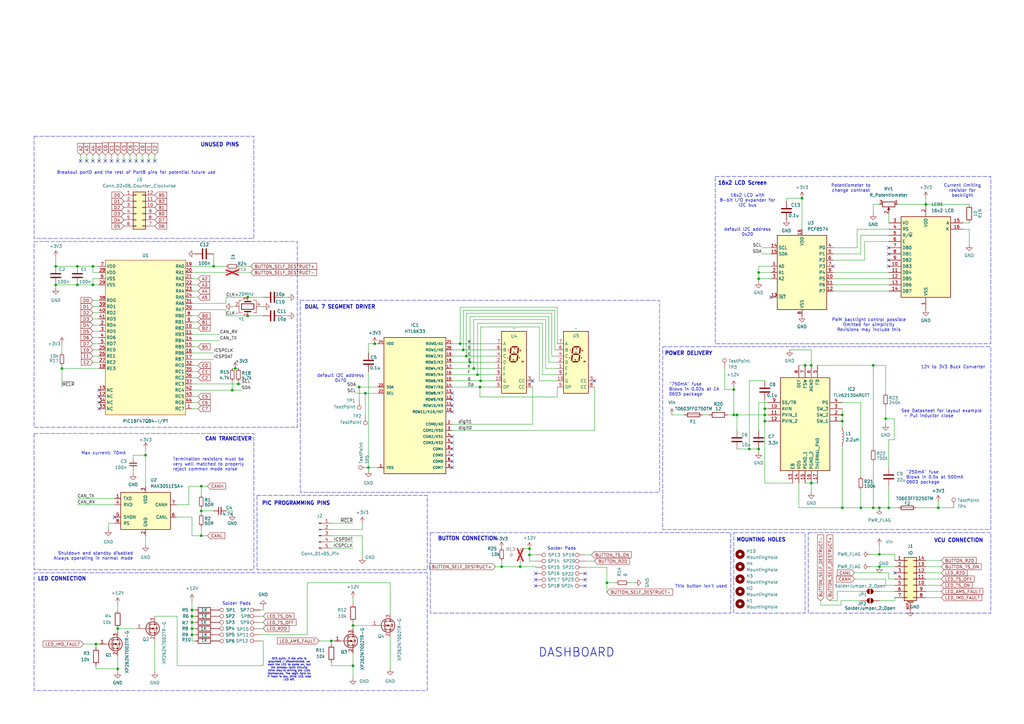
<source format=kicad_sch>
(kicad_sch (version 20231120) (generator "eeschema") (generator_version "8.0")
  (paper "A3")
  (title_block (title "BEST DASHBOARD EVER mk.2"))
  (junction (at 87.63 109.22))
  (junction (at 147.32 158.75))
  (junction (at 31.75 116.84))
  (junction (at 153.67 140.97))
  (junction (at 313.69 167.64))
  (junction (at 97.79 157.48))
  (junction (at 188.722 140.97))
  (junction (at 135.89 262.89))
  (junction (at 205.74 232.41))
  (junction (at 195.834 153.67))
  (junction (at 78.74 250.19))
  (junction (at 345.44 172.72))
  (junction (at 101.6 129.54))
  (junction (at 360.68 208.28))
  (junction (at 25.4 151.13))
  (junction (at 38.1 116.84))
  (junction (at 39.37 264.16))
  (junction (at 59.69 186.69))
  (junction (at 95.25 160.02))
  (junction (at 313.69 172.72))
  (junction (at 189.992 143.51))
  (junction (at 345.44 170.18))
  (junction (at 101.6 121.92))
  (junction (at 360.68 232.41))
  (junction (at 197.104 156.21))
  (junction (at 196.85 158.75))
  (junction (at 22.86 116.84))
  (junction (at 311.15 184.15))
  (junction (at 345.44 208.28))
  (junction (at 194.31 151.13))
  (junction (at 82.55 199.39))
  (junction (at 330.2 149.86))
  (junction (at 48.26 257.81))
  (junction (at 379.73 83.82))
  (junction (at 78.74 260.35))
  (junction (at 363.22 171.704))
  (junction (at 144.78 273.05))
  (junction (at 38.1 109.22))
  (junction (at 217.17 225.044))
  (junction (at 364.49 208.28))
  (junction (at 248.92 239.014))
  (junction (at 48.26 274.32))
  (junction (at 191.262 146.05))
  (junction (at 96.52 151.13))
  (junction (at 311.15 114.3))
  (junction (at 328.93 81.28))
  (junction (at 149.86 161.29))
  (junction (at 300.99 170.18))
  (junction (at 311.15 111.76))
  (junction (at 213.36 232.41))
  (junction (at 82.55 219.71))
  (junction (at 360.68 227.33))
  (junction (at 332.74 149.86))
  (junction (at 353.06 208.28))
  (junction (at 384.81 208.28))
  (junction (at 358.14 149.86))
  (junction (at 82.55 209.55))
  (junction (at 332.74 198.12))
  (junction (at 78.74 252.73))
  (junction (at 313.69 170.18))
  (junction (at 31.75 109.22))
  (junction (at 144.78 256.54))
  (junction (at 22.86 109.22))
  (junction (at 300.99 159.766))
  (junction (at 78.74 257.81))
  (junction (at 192.786 148.59))
  (junction (at 151.13 191.77))
  (junction (at 307.34 184.15))
  (junction (at 217.17 227.584))
  (junction (at 78.74 255.27))
  (junction (at 358.14 208.28))
  (junction (at 302.26 170.18))
  (no_connect (at 185.42 161.29))
  (no_connect (at 60.96 66.04))
  (no_connect (at 58.42 66.04))
  (no_connect (at 48.26 66.04))
  (no_connect (at 240.03 235.204))
  (no_connect (at 185.42 186.69))
  (no_connect (at 240.03 237.744))
  (no_connect (at 185.42 181.61))
  (no_connect (at 185.42 189.23))
  (no_connect (at 185.42 179.07))
  (no_connect (at 53.34 66.04))
  (no_connect (at 219.71 237.744))
  (no_connect (at 219.71 240.284))
  (no_connect (at 40.64 160.02))
  (no_connect (at 35.56 66.04))
  (no_connect (at 364.49 104.14))
  (no_connect (at 185.42 191.77))
  (no_connect (at 38.1 66.04))
  (no_connect (at 364.49 106.68))
  (no_connect (at 63.5 66.04))
  (no_connect (at 316.23 121.92))
  (no_connect (at 55.88 66.04))
  (no_connect (at 40.64 66.04))
  (no_connect (at 185.42 166.37))
  (no_connect (at 40.64 165.1))
  (no_connect (at 367.03 234.95))
  (no_connect (at 40.64 162.56))
  (no_connect (at 40.64 167.64))
  (no_connect (at 46.99 212.09))
  (no_connect (at 185.42 163.83))
  (no_connect (at 219.71 235.204))
  (no_connect (at 33.02 66.04))
  (no_connect (at 364.49 109.22))
  (no_connect (at 45.72 66.04))
  (no_connect (at 185.42 168.91))
  (no_connect (at 43.18 66.04))
  (no_connect (at 364.49 101.6))
  (no_connect (at 240.03 240.284))
  (no_connect (at 243.84 156.21))
  (no_connect (at 341.63 109.22))
  (no_connect (at 218.44 156.21))
  (no_connect (at 185.42 184.15))
  (no_connect (at 50.8 66.04))
  (wire (pts (xy 48.26 274.32) (xy 48.26 275.59)))
  (wire (pts (xy 22.86 105.41) (xy 22.86 109.22)))
  (wire (pts (xy 38.1 123.19) (xy 40.64 123.19)))
  (wire (pts (xy 106.68 250.19) (xy 107.95 250.19)))
  (wire (pts (xy 345.44 165.1) (xy 353.06 165.1)))
  (wire (pts (xy 330.2 198.12) (xy 332.74 198.12)))
  (wire (pts (xy 72.39 212.09) (xy 78.74 212.09)))
  (wire (pts (xy 82.55 219.71) (xy 85.09 219.71)))
  (wire (pts (xy 48.26 247.65) (xy 48.26 250.19)))
  (wire (pts (xy 366.776 180.34) (xy 366.776 171.704)))
  (wire (pts (xy 78.74 255.27) (xy 78.74 257.81)))
  (wire (pts (xy 78.74 252.73) (xy 78.74 255.27)))
  (wire (pts (xy 379.73 242.57) (xy 386.08 242.57)))
  (wire (pts (xy 345.44 208.28) (xy 353.06 208.28)))
  (wire (pts (xy 22.86 109.22) (xy 31.75 109.22)))
  (wire (pts (xy 364.49 199.39) (xy 364.49 208.28)))
  (wire (pts (xy 147.32 158.75) (xy 147.32 163.83)))
  (wire (pts (xy 316.23 109.22) (xy 311.15 109.22)))
  (wire (pts (xy 63.5 252.73) (xy 72.644 252.73)))
  (wire (pts (xy 191.262 146.05) (xy 203.2 146.05)))
  (wire (pts (xy 332.74 149.86) (xy 332.74 143.51)))
  (wire (pts (xy 353.06 104.14) (xy 353.06 96.52)))
  (wire (pts (xy 48.26 274.32) (xy 39.37 274.32)))
  (wire (pts (xy 243.84 176.53) (xy 243.84 158.75)))
  (wire (pts (xy 40.64 63.5) (xy 40.64 66.04)))
  (wire (pts (xy 106.68 125.73) (xy 107.95 125.73)))
  (wire (pts (xy 219.71 230.124) (xy 217.17 230.124)))
  (wire (pts (xy 77.47 199.39) (xy 82.55 199.39)))
  (wire (pts (xy 384.81 208.28) (xy 391.16 208.28)))
  (wire (pts (xy 363.22 149.86) (xy 363.22 161.29)))
  (wire (pts (xy 368.3 83.82) (xy 379.73 83.82)))
  (wire (pts (xy 360.68 227.33) (xy 367.03 227.33)))
  (wire (pts (xy 311.15 111.76) (xy 311.15 114.3)))
  (wire (pts (xy 313.69 198.12) (xy 313.69 172.72)))
  (wire (pts (xy 297.18 151.13) (xy 297.18 159.766)))
  (wire (pts (xy 44.45 214.63) (xy 46.99 214.63)))
  (wire (pts (xy 101.6 129.54) (xy 107.95 129.54)))
  (wire (pts (xy 95.25 125.73) (xy 96.52 125.73)))
  (wire (pts (xy 358.14 149.86) (xy 363.22 149.86)))
  (wire (pts (xy 225.044 148.59) (xy 225.044 129.794)))
  (wire (pts (xy 360.68 208.28) (xy 364.49 208.28)))
  (wire (pts (xy 360.68 242.57) (xy 367.03 242.57)))
  (wire (pts (xy 222.504 132.588) (xy 195.834 132.588)))
  (wire (pts (xy 394.97 93.98) (xy 397.51 93.98)))
  (wire (pts (xy 332.74 198.12) (xy 335.28 198.12)))
  (wire (pts (xy 118.11 121.92) (xy 115.57 121.92)))
  (wire (pts (xy 217.17 230.124) (xy 217.17 227.584)))
  (wire (pts (xy 307.34 184.15) (xy 311.15 184.15)))
  (wire (pts (xy 22.86 116.84) (xy 22.86 118.11)))
  (wire (pts (xy 327.66 198.12) (xy 327.66 208.28)))
  (wire (pts (xy 185.42 176.53) (xy 243.84 176.53)))
  (wire (pts (xy 101.6 121.92) (xy 107.95 121.92)))
  (wire (pts (xy 92.71 121.92) (xy 101.6 121.92)))
  (wire (pts (xy 217.17 227.584) (xy 219.71 227.584)))
  (wire (pts (xy 107.95 272.796) (xy 107.95 262.89)))
  (wire (pts (xy 360.68 232.41) (xy 367.03 232.41)))
  (wire (pts (xy 78.74 250.19) (xy 80.01 250.19)))
  (wire (pts (xy 351.536 93.98) (xy 364.49 93.98)))
  (wire (pts (xy 78.74 124.46) (xy 92.71 124.46)))
  (wire (pts (xy 78.74 162.56) (xy 81.28 162.56)))
  (wire (pts (xy 221.234 134.112) (xy 197.104 134.112)))
  (wire (pts (xy 53.34 66.04) (xy 53.34 63.5)))
  (wire (pts (xy 78.74 129.54) (xy 81.28 129.54)))
  (wire (pts (xy 31.75 207.01) (xy 46.99 207.01)))
  (wire (pts (xy 106.68 260.35) (xy 125.984 260.35)))
  (wire (pts (xy 78.74 142.24) (xy 81.28 142.24)))
  (wire (pts (xy 135.89 219.71) (xy 148.59 219.71)))
  (wire (pts (xy 196.85 158.75) (xy 196.85 162.814)))
  (wire (pts (xy 311.15 109.22) (xy 311.15 111.76)))
  (wire (pts (xy 153.67 140.97) (xy 154.94 140.97)))
  (wire (pts (xy 82.55 209.55) (xy 87.63 209.55)))
  (wire (pts (xy 135.89 222.25) (xy 144.78 222.25)))
  (wire (pts (xy 356.87 232.41) (xy 360.68 232.41)))
  (wire (pts (xy 225.044 129.794) (xy 192.786 129.794)))
  (wire (pts (xy 185.42 140.97) (xy 188.722 140.97)))
  (wire (pts (xy 72.644 273.05) (xy 107.442 273.05)))
  (wire (pts (xy 217.17 225.044) (xy 217.17 227.584)))
  (wire (pts (xy 135.89 217.17) (xy 148.59 217.17)))
  (wire (pts (xy 38.1 130.81) (xy 40.64 130.81)))
  (wire (pts (xy 185.42 148.59) (xy 192.786 148.59)))
  (wire (pts (xy 22.86 116.84) (xy 31.75 116.84)))
  (wire (pts (xy 77.47 207.01) (xy 77.47 199.39)))
  (wire (pts (xy 78.74 246.38) (xy 78.74 250.19)))
  (wire (pts (xy 147.32 158.75) (xy 154.94 158.75)))
  (wire (pts (xy 302.26 184.15) (xy 307.34 184.15)))
  (wire (pts (xy 302.26 170.18) (xy 302.26 176.53)))
  (wire (pts (xy 240.03 227.584) (xy 242.57 227.584)))
  (wire (pts (xy 364.49 237.49) (xy 367.03 237.49)))
  (wire (pts (xy 78.74 212.09) (xy 78.74 219.71)))
  (wire (pts (xy 332.74 149.86) (xy 330.2 149.86)))
  (wire (pts (xy 323.85 143.51) (xy 332.74 143.51)))
  (wire (pts (xy 197.104 134.112) (xy 197.104 156.21)))
  (wire (pts (xy 313.69 170.18) (xy 314.96 170.18)))
  (wire (pts (xy 379.73 229.87) (xy 386.08 229.87)))
  (wire (pts (xy 39.37 265.43) (xy 39.37 264.16)))
  (wire (pts (xy 379.73 234.95) (xy 386.08 234.95)))
  (wire (pts (xy 106.68 252.73) (xy 107.95 252.73)))
  (wire (pts (xy 341.63 119.38) (xy 364.49 119.38)))
  (wire (pts (xy 300.99 158.75) (xy 300.99 159.766)))
  (wire (pts (xy 149.86 161.29) (xy 149.86 170.18)))
  (wire (pts (xy 312.42 104.14) (xy 316.23 104.14)))
  (wire (pts (xy 144.78 256.54) (xy 144.78 257.81)))
  (wire (pts (xy 107.442 272.796) (xy 107.95 272.796)))
  (wire (pts (xy 106.68 255.27) (xy 107.95 255.27)))
  (wire (pts (xy 144.78 273.05) (xy 135.89 273.05)))
  (wire (pts (xy 364.49 191.77) (xy 364.49 180.34)))
  (wire (pts (xy 240.03 230.124) (xy 243.84 230.124)))
  (wire (pts (xy 228.6 153.67) (xy 222.504 153.67)))
  (wire (pts (xy 312.42 101.6) (xy 316.23 101.6)))
  (wire (pts (xy 223.774 131.064) (xy 194.31 131.064)))
  (wire (pts (xy 38.1 111.76) (xy 38.1 109.22)))
  (wire (pts (xy 322.58 81.28) (xy 322.58 82.55)))
  (wire (pts (xy 311.15 184.15) (xy 311.15 185.42)))
  (wire (pts (xy 31.75 116.84) (xy 38.1 116.84)))
  (wire (pts (xy 227.584 143.51) (xy 227.584 127.254)))
  (wire (pts (xy 195.834 132.588) (xy 195.834 153.67)))
  (wire (pts (xy 96.52 151.13) (xy 97.79 151.13)))
  (wire (pts (xy 354.584 106.68) (xy 341.63 106.68)))
  (wire (pts (xy 358.14 87.63) (xy 358.14 83.82)))
  (wire (pts (xy 219.71 232.41) (xy 219.71 232.664)))
  (wire (pts (xy 194.31 151.13) (xy 203.2 151.13)))
  (wire (pts (xy 394.97 91.44) (xy 397.51 91.44)))
  (wire (pts (xy 82.55 199.39) (xy 82.55 203.2)))
  (wire (pts (xy 364.49 99.06) (xy 354.584 99.06)))
  (wire (pts (xy 149.86 161.29) (xy 154.94 161.29)))
  (wire (pts (xy 360.68 223.52) (xy 360.68 227.33)))
  (wire (pts (xy 151.13 152.4) (xy 151.13 191.77)))
  (wire (pts (xy 135.89 262.89) (xy 137.16 262.89)))
  (wire (pts (xy 106.68 262.89) (xy 107.95 262.89)))
  (wire (pts (xy 307.34 156.21) (xy 307.34 184.15)))
  (wire (pts (xy 316.23 114.3) (xy 311.15 114.3)))
  (wire (pts (xy 228.6 148.59) (xy 225.044 148.59)))
  (wire (pts (xy 144.78 267.97) (xy 144.78 273.05)))
  (wire (pts (xy 63.5 66.04) (xy 63.5 63.5)))
  (wire (pts (xy 59.69 186.69) (xy 59.69 199.39)))
  (wire (pts (xy 226.314 128.524) (xy 191.262 128.524)))
  (wire (pts (xy 97.79 156.21) (xy 97.79 157.48)))
  (wire (pts (xy 328.93 81.28) (xy 328.93 93.98)))
  (wire (pts (xy 97.79 111.76) (xy 102.87 111.76)))
  (wire (pts (xy 228.6 125.984) (xy 188.722 125.984)))
  (wire (pts (xy 59.69 184.15) (xy 59.69 186.69)))
  (wire (pts (xy 54.61 186.69) (xy 59.69 186.69)))
  (wire (pts (xy 313.69 156.21) (xy 307.34 156.21)))
  (wire (pts (xy 81.28 121.92) (xy 78.74 121.92)))
  (wire (pts (xy 351.536 101.6) (xy 351.536 93.98)))
  (wire (pts (xy 205.74 229.87) (xy 205.74 232.41)))
  (wire (pts (xy 146.05 161.29) (xy 149.86 161.29)))
  (wire (pts (xy 144.78 256.54) (xy 152.4 256.54)))
  (wire (pts (xy 82.55 219.71) (xy 82.55 215.9)))
  (wire (pts (xy 240.03 232.664) (xy 248.92 232.664)))
  (wire (pts (xy 81.28 116.84) (xy 78.74 116.84)))
  (wire (pts (xy 363.22 171.704) (xy 363.22 166.37)))
  (wire (pts (xy 151.13 191.77) (xy 154.94 191.77)))
  (wire (pts (xy 343.408 246.38) (xy 343.408 242.57)))
  (wire (pts (xy 38.1 63.5) (xy 38.1 66.04)))
  (wire (pts (xy 106.68 257.81) (xy 107.95 257.81)))
  (wire (pts (xy 384.81 208.28) (xy 384.81 205.74)))
  (wire (pts (xy 78.74 165.1) (xy 81.28 165.1)))
  (wire (pts (xy 379.73 83.82) (xy 397.51 83.82)))
  (wire (pts (xy 302.26 170.18) (xy 313.69 170.18)))
  (wire (pts (xy 221.234 156.21) (xy 221.234 134.112)))
  (wire (pts (xy 146.05 158.75) (xy 147.32 158.75)))
  (wire (pts (xy 97.79 157.48) (xy 99.06 157.48)))
  (wire (pts (xy 135.89 224.79) (xy 144.78 224.79)))
  (wire (pts (xy 78.74 127) (xy 92.71 127)))
  (wire (pts (xy 196.85 158.75) (xy 203.2 158.75)))
  (wire (pts (xy 78.74 139.7) (xy 90.17 139.7)))
  (wire (pts (xy 364.49 180.34) (xy 366.776 180.34)))
  (wire (pts (xy 144.78 255.27) (xy 144.78 256.54)))
  (wire (pts (xy 336.55 246.38) (xy 336.55 248.158)))
  (wire (pts (xy 228.6 140.97) (xy 228.6 125.984)))
  (wire (pts (xy 367.03 245.11) (xy 367.03 246.38)))
  (wire (pts (xy 40.64 114.3) (xy 38.1 114.3)))
  (wire (pts (xy 227.584 127.254) (xy 189.992 127.254)))
  (wire (pts (xy 107.95 250.19) (xy 107.95 248.92)))
  (wire (pts (xy 228.6 158.75) (xy 228.6 162.814)))
  (wire (pts (xy 78.74 160.02) (xy 95.25 160.02)))
  (wire (pts (xy 192.786 129.794) (xy 192.786 148.59)))
  (wire (pts (xy 97.79 109.22) (xy 102.87 109.22)))
  (wire (pts (xy 313.69 172.72) (xy 314.96 172.72)))
  (wire (pts (xy 95.25 209.55) (xy 95.25 210.82)))
  (wire (pts (xy 92.71 127) (xy 92.71 129.54)))
  (wire (pts (xy 185.42 151.13) (xy 194.31 151.13)))
  (wire (pts (xy 341.63 114.3) (xy 364.49 114.3)))
  (wire (pts (xy 82.55 199.39) (xy 85.09 199.39)))
  (wire (pts (xy 25.4 140.97) (xy 25.4 144.78)))
  (wire (pts (xy 213.36 232.41) (xy 219.71 232.41)))
  (wire (pts (xy 222.504 153.67) (xy 222.504 132.588)))
  (wire (pts (xy 298.45 170.18) (xy 300.99 170.18)))
  (wire (pts (xy 379.73 240.03) (xy 386.08 240.03)))
  (wire (pts (xy 87.63 144.78) (xy 78.74 144.78)))
  (wire (pts (xy 358.14 189.23) (xy 358.14 208.28)))
  (wire (pts (xy 95.25 156.21) (xy 95.25 160.02)))
  (wire (pts (xy 300.99 159.766) (xy 300.99 170.18)))
  (wire (pts (xy 78.74 219.71) (xy 82.55 219.71)))
  (wire (pts (xy 367.03 227.33) (xy 367.03 229.87)))
  (wire (pts (xy 59.69 219.71) (xy 59.69 223.52)))
  (wire (pts (xy 54.61 193.04) (xy 54.61 194.31)))
  (wire (pts (xy 107.442 273.05) (xy 107.442 272.796)))
  (wire (pts (xy 353.06 96.52) (xy 364.49 96.52)))
  (wire (pts (xy 363.22 237.49) (xy 363.22 240.03)))
  (wire (pts (xy 43.18 66.04) (xy 43.18 63.5)))
  (wire (pts (xy 288.29 170.18) (xy 290.83 170.18)))
  (wire (pts (xy 55.88 66.04) (xy 55.88 63.5)))
  (wire (pts (xy 82.55 208.28) (xy 82.55 209.55)))
  (wire (pts (xy 78.74 257.81) (xy 80.01 257.81)))
  (wire (pts (xy 203.2 232.41) (xy 205.74 232.41)))
  (wire (pts (xy 50.8 66.04) (xy 50.8 63.5)))
  (wire (pts (xy 48.26 66.04) (xy 48.26 63.5)))
  (wire (pts (xy 345.44 172.72) (xy 345.44 175.26)))
  (wire (pts (xy 350.52 234.95) (xy 364.49 234.95)))
  (wire (pts (xy 38.1 114.3) (xy 38.1 116.84)))
  (wire (pts (xy 375.92 208.28) (xy 384.81 208.28)))
  (wire (pts (xy 228.6 162.814) (xy 196.85 162.814)))
  (wire (pts (xy 185.42 146.05) (xy 191.262 146.05)))
  (wire (pts (xy 194.31 131.064) (xy 194.31 151.13)))
  (wire (pts (xy 185.42 143.51) (xy 189.992 143.51)))
  (wire (pts (xy 358.14 149.86) (xy 358.14 184.15)))
  (wire (pts (xy 78.74 167.64) (xy 81.28 167.64)))
  (wire (pts (xy 78.74 257.81) (xy 78.74 260.35)))
  (wire (pts (xy 31.75 109.22) (xy 38.1 109.22)))
  (wire (pts (xy 38.1 128.27) (xy 40.64 128.27)))
  (wire (pts (xy 125.984 239.014) (xy 125.984 260.35)))
  (wire (pts (xy 38.1 140.97) (xy 40.64 140.97)))
  (wire (pts (xy 213.36 232.41) (xy 213.36 230.124)))
  (wire (pts (xy 38.1 133.35) (xy 40.64 133.35)))
  (wire (pts (xy 81.28 114.3) (xy 78.74 114.3)))
  (wire (pts (xy 379.73 237.49) (xy 386.08 237.49)))
  (wire (pts (xy 54.61 187.96) (xy 54.61 186.69)))
  (wire (pts (xy 228.6 143.51) (xy 227.584 143.51)))
  (wire (pts (xy 48.26 257.81) (xy 48.26 259.08)))
  (wire (pts (xy 356.87 227.33) (xy 360.68 227.33)))
  (wire (pts (xy 341.63 116.84) (xy 364.49 116.84)))
  (wire (pts (xy 345.44 170.18) (xy 345.44 172.72)))
  (wire (pts (xy 314.96 165.1) (xy 311.15 165.1)))
  (wire (pts (xy 40.64 111.76) (xy 38.1 111.76)))
  (wire (pts (xy 81.28 119.38) (xy 78.74 119.38)))
  (wire (pts (xy 92.71 129.54) (xy 101.6 129.54)))
  (wire (pts (xy 330.2 149.86) (xy 327.66 149.86)))
  (wire (pts (xy 135.89 214.63) (xy 144.78 214.63)))
  (wire (pts (xy 213.36 225.044) (xy 217.17 225.044)))
  (wire (pts (xy 248.92 239.014) (xy 252.73 239.014)))
  (wire (pts (xy 45.72 66.04) (xy 45.72 63.5)))
  (wire (pts (xy 228.6 156.21) (xy 221.234 156.21)))
  (wire (pts (xy 38.1 143.51) (xy 40.64 143.51)))
  (wire (pts (xy 31.75 204.47) (xy 46.99 204.47)))
  (wire (pts (xy 78.74 255.27) (xy 80.01 255.27)))
  (wire (pts (xy 364.49 87.63) (xy 364.49 91.44)))
  (wire (pts (xy 151.13 140.97) (xy 153.67 140.97)))
  (wire (pts (xy 353.06 208.28) (xy 358.14 208.28)))
  (wire (pts (xy 144.78 273.05) (xy 144.78 278.13)))
  (wire (pts (xy 39.37 264.16) (xy 40.64 264.16)))
  (wire (pts (xy 363.22 240.03) (xy 367.03 240.03)))
  (wire (pts (xy 48.26 257.81) (xy 55.88 257.81)))
  (wire (pts (xy 160.02 261.62) (xy 160.02 274.32)))
  (wire (pts (xy 363.22 173.99) (xy 363.22 171.704)))
  (wire (pts (xy 78.74 262.89) (xy 80.01 262.89)))
  (wire (pts (xy 34.29 264.16) (xy 39.37 264.16)))
  (wire (pts (xy 185.42 153.67) (xy 195.834 153.67)))
  (wire (pts (xy 379.73 232.41) (xy 386.08 232.41)))
  (wire (pts (xy 92.71 209.55) (xy 95.25 209.55)))
  (wire (pts (xy 353.06 165.1) (xy 353.06 195.58)))
  (wire (pts (xy 366.776 171.704) (xy 363.22 171.704)))
  (wire (pts (xy 148.59 219.71) (xy 148.59 228.6)))
  (wire (pts (xy 188.722 140.97) (xy 203.2 140.97)))
  (wire (pts (xy 360.68 246.38) (xy 367.03 246.38)))
  (wire (pts (xy 78.74 111.76) (xy 92.71 111.76)))
  (wire (pts (xy 38.1 125.73) (xy 40.64 125.73)))
  (wire (pts (xy 151.13 191.77) (xy 151.13 193.04)))
  (wire (pts (xy 189.992 143.51) (xy 203.2 143.51)))
  (wire (pts (xy 87.63 109.22) (xy 92.71 109.22)))
  (wire (pts (xy 223.774 151.13) (xy 223.774 131.064)))
  (wire (pts (xy 38.1 138.43) (xy 40.64 138.43)))
  (wire (pts (xy 228.6 146.05) (xy 226.314 146.05)))
  (wire (pts (xy 185.42 158.75) (xy 196.85 158.75)))
  (wire (pts (xy 311.15 111.76) (xy 316.23 111.76)))
  (wire (pts (xy 300.99 170.18) (xy 302.26 170.18)))
  (wire (pts (xy 189.992 127.254) (xy 189.992 143.51)))
  (wire (pts (xy 397.51 93.98) (xy 397.51 100.33)))
  (wire (pts (xy 87.63 104.14) (xy 87.63 109.22)))
  (wire (pts (xy 364.49 208.28) (xy 368.3 208.28)))
  (wire (pts (xy 82.55 209.55) (xy 82.55 210.82)))
  (wire (pts (xy 185.42 156.21) (xy 197.104 156.21)))
  (wire (pts (xy 257.81 239.014) (xy 260.35 239.014)))
  (wire (pts (xy 38.1 148.59) (xy 40.64 148.59)))
  (wire (pts (xy 197.104 156.21) (xy 203.2 156.21)))
  (wire (pts (xy 151.13 140.97) (xy 151.13 144.78)))
  (wire (pts (xy 364.49 234.95) (xy 364.49 237.49)))
  (wire (pts (xy 78.74 109.22) (xy 87.63 109.22)))
  (wire (pts (xy 350.52 237.49) (xy 363.22 237.49)))
  (wire (pts (xy 275.59 170.18) (xy 280.67 170.18)))
  (wire (pts (xy 354.584 99.06) (xy 354.584 106.68)))
  (wire (pts (xy 25.4 151.13) (xy 25.4 149.86)))
  (wire (pts (xy 379.73 81.28) (xy 379.73 83.82)))
  (wire (pts (xy 336.55 248.158) (xy 344.932 248.158)))
  (wire (pts (xy 135.89 273.05) (xy 135.89 271.78)))
  (wire (pts (xy 44.45 217.17) (xy 44.45 214.63)))
  (wire (pts (xy 78.74 250.19) (xy 78.74 252.73)))
  (wire (pts (xy 78.74 260.35) (xy 78.74 262.89)))
  (wire (pts (xy 25.4 151.13) (xy 25.4 158.75)))
  (wire (pts (xy 95.25 160.02) (xy 99.06 160.02)))
  (wire (pts (xy 78.74 260.35) (xy 80.01 260.35)))
  (wire (pts (xy 160.02 239.014) (xy 125.984 239.014)))
  (wire (pts (xy 185.42 173.99) (xy 218.44 173.99)))
  (wire (pts (xy 228.6 151.13) (xy 223.774 151.13)))
  (wire (pts (xy 160.02 251.46) (xy 160.02 239.014)))
  (wire (pts (xy 344.932 248.158) (xy 344.932 246.38)))
  (wire (pts (xy 78.74 152.4) (xy 81.28 152.4)))
  (wire (pts (xy 78.74 137.16) (xy 90.17 137.16)))
  (wire (pts (xy 341.63 101.6) (xy 351.536 101.6)))
  (wire (pts (xy 313.69 167.64) (xy 314.96 167.64)))
  (wire (pts (xy 33.02 63.5) (xy 33.02 66.04)))
  (wire (pts (xy 325.12 198.12) (xy 313.69 198.12)))
  (wire (pts (xy 78.74 154.94) (xy 81.28 154.94)))
  (wire (pts (xy 39.37 274.32) (xy 39.37 273.05)))
  (wire (pts (xy 313.69 163.83) (xy 313.69 167.64)))
  (wire (pts (xy 344.932 246.38) (xy 353.06 246.38)))
  (wire (pts (xy 322.58 81.28) (xy 328.93 81.28)))
  (wire (pts (xy 188.722 125.984) (xy 188.722 140.97)))
  (wire (pts (xy 205.74 232.41) (xy 213.36 232.41)))
  (wire (pts (xy 48.26 269.24) (xy 48.26 274.32)))
  (wire (pts (xy 335.28 149.86) (xy 358.14 149.86)))
  (wire (pts (xy 345.44 182.88) (xy 345.44 208.28)))
  (wire (pts (xy 60.96 66.04) (xy 60.96 63.5)))
  (wire (pts (xy 297.18 159.766) (xy 300.99 159.766)))
  (wire (pts (xy 38.1 109.22) (xy 40.64 109.22)))
  (wire (pts (xy 38.1 135.89) (xy 40.64 135.89)))
  (wire (pts (xy 358.14 208.28) (xy 360.68 208.28)))
  (wire (pts (xy 340.36 246.38) (xy 343.408 246.38)))
  (wire (pts (xy 332.74 198.12) (xy 332.74 201.93)))
  (wire (pts (xy 327.66 208.28) (xy 345.44 208.28)))
  (wire (pts (xy 78.74 132.08) (xy 81.28 132.08)))
  (wire (pts (xy 58.42 66.04) (xy 58.42 63.5)))
  (wire (pts (xy 72.39 207.01) (xy 77.47 207.01)))
  (wire (pts (xy 78.74 149.86) (xy 81.28 149.86)))
  (wire (pts (xy 358.14 83.82) (xy 360.68 83.82)))
  (wire (pts (xy 78.74 157.48) (xy 97.79 157.48)))
  (wire (pts (xy 78.74 252.73) (xy 80.01 252.73)))
  (wire (pts (xy 195.834 153.67) (xy 203.2 153.67)))
  (wire (pts (xy 226.314 146.05) (xy 226.314 128.524)))
  (wire (pts (xy 92.71 121.92) (xy 92.71 124.46)))
  (wire (pts (xy 313.69 172.72) (xy 313.69 170.18)))
  (wire (pts (xy 341.63 104.14) (xy 353.06 104.14)))
  (wire (pts (xy 38.1 146.05) (xy 40.64 146.05)))
  (wire (pts (xy 135.89 264.16) (xy 135.89 262.89)))
  (wire (pts (xy 345.44 167.64) (xy 345.44 170.18)))
  (wire (pts (xy 379.73 245.11) (xy 386.08 245.11)))
  (wire (pts (xy 38.1 116.84) (xy 40.64 116.84)))
  (wire (pts (xy 95.25 151.13) (xy 96.52 151.13)))
  (wire (pts (xy 63.5 262.89) (xy 63.5 275.59)))
  (wire (pts (xy 35.56 63.5) (xy 35.56 66.04)))
  (wire (pts (xy 78.74 134.62) (xy 81.28 134.62)))
  (wire (pts (xy 192.786 148.59) (xy 203.2 148.59)))
  (wire (pts (xy 343.408 242.57) (xy 353.06 242.57)))
  (wire (pts (xy 311.15 114.3) (xy 311.15 115.57)))
  (wire (pts (xy 72.644 252.73) (xy 72.644 273.05)))
  (wire (pts (xy 313.69 170.18) (xy 313.69 167.64)))
  (wire (pts (xy 148.59 214.63) (xy 148.59 217.17)))
  (wire (pts (xy 144.78 245.11) (xy 144.78 247.65)))
  (wire (pts (xy 341.63 111.76) (xy 364.49 111.76)))
  (wire (pts (xy 40.64 151.13) (xy 25.4 151.13)))
  (wire (pts (xy 353.06 200.66) (xy 353.06 208.28)))
  (wire (pts (xy 78.74 147.32) (xy 87.63 147.32)))
  (wire (pts (xy 248.92 242.824) (xy 248.92 239.014)))
  (wire (pts (xy 311.15 165.1) (xy 311.15 176.53)))
  (wire (pts (xy 130.81 262.89) (xy 135.89 262.89)))
  (wire (pts (xy 218.44 173.99) (xy 218.44 158.75)))
  (wire (pts (xy 248.92 232.664) (xy 248.92 239.014)))
  (wire (pts (xy 191.262 128.524) (xy 191.262 146.05)))
  (wire (pts (xy 118.11 129.54) (xy 115.57 129.54)))
  (rectangle (start 13.97 177.8) (end 104.14 233.68) (stroke (width 0) (type dash)))
  (rectangle (start 300.99 218.44) (end 330.2 251.46) (stroke (width 0) (type dash)))
  (rectangle (start 105.41 203.2) (end 175.26 233.68) (stroke (width 0) (type dash)))
  (rectangle (start 13.97 234.95) (end 175.26 283.21) (stroke (width 0) (type dash)))
  (rectangle (start 123.19 123.19) (end 270.51 201.93) (stroke (width 0) (type dash)))
  (rectangle (start 331.47 218.44) (end 406.4 251.46) (stroke (width 0) (type dash)))
  (rectangle (start 176.53 218.44) (end 299.72 251.46) (stroke (width 0) (type dash)))
  (rectangle (start 13.97 55.88) (end 104.14 97.79) (stroke (width 0) (type dash)))
  (rectangle (start 293.37 72.39) (end 406.4 140.97) (stroke (width 0) (type dash)))
  (rectangle (start 13.97 99.06) (end 121.92 175.26) (stroke (width 0) (type dash)))
  (rectangle (start 271.78 142.24) (end 406.4 217.17) (stroke (width 0) (type dash)))
  (text "Solder Pads" (at 230.378 225.044 0) (effects (font (size 1.27 1.27))))
  (text "default I2C address\n0x20" (at 306.578 95.25 0) (effects (font (size 1.27 1.27))))
  (text "LED CONNECTION" (at 25.4 237.49 0) (effects (font (size 1.524 1.524) (thickness 0.3048) (bold yes))))
  (text "SCS quirk. If the wire is\ngrounded / disconnected, we\nwant the LED to come on, but\nthe already-built circuits\nthink they're driving the LEDs\nthemselves. The logic here is:\nIf input is low, drive LED, else\nLED off." (at 118.618 274.574 0) (effects (font (size 0.762 0.762))))
  (text "MOUNTING HOLES" (at 312.166 221.488 0) (effects (font (size 1.524 1.524) (thickness 0.3048) (bold yes))))
  (text "CAN TRANCIEVER" (at 93.726 180.086 0) (effects (font (size 1.524 1.524) (thickness 0.3048) (bold yes))))
  (text "Current limiting\nresistor for\nbacklight" (at 394.716 78.232 0) (effects (font (size 1.27 1.27))))
  (text "\"750mA\" fuse\nBlows in 0.02s at 1A\n0603 package" (at 274.32 162.56 0) (effects (font (size 1.27 1.27)) (justify left bottom)))
  (text "VCU CONNECTION" (at 393.192 221.742 0) (effects (font (size 1.524 1.524) (thickness 0.3048) (bold yes))))
  (text "PWM backlight control possible\nOmitted for simplicity\nRevisions may include this" (at 356.362 133.35 0) (effects (font (size 1.27 1.27))))
  (text "\"250mA\" fuse\nBlows in 0.5s at 500mA\n0603 package" (at 371.602 198.628 0) (effects (font (size 1.27 1.27)) (justify left bottom)))
  (text "default I2C address\n0x70" (at 139.7 155.194 0) (effects (font (size 1.27 1.27))))
  (text "DUAL 7 SEGMENT DRIVER" (at 139.446 125.984 0) (effects (font (size 1.524 1.524) (thickness 0.3048) (bold yes))))
  (text "POWER DELIVERY" (at 282.448 145.034 0) (effects (font (size 1.524 1.524) (thickness 0.3048) (bold yes))))
  (text "Breakout portD and the rest of PortB pins for potential future use" (at 55.88 70.866 0) (effects (font (size 1.27 1.27))))
  (text "12V to 3V3 Buck Converter" (at 390.906 151.384 0) (effects (font (size 1.27 1.27)) (justify bottom)))
  (text "16x2 LCD with\n8-bit I/O expander for\nI2C bus" (at 306.578 82.296 0) (effects (font (size 1.27 1.27))))
  (text "BUTTON CONNECTION" (at 191.77 220.98 0) (effects (font (size 1.524 1.524) (thickness 0.3048) (bold yes))))
  (text "This button isn't used" (at 287.528 240.538 0) (effects (font (size 1.27 1.27))))
  (text "PIC PROGRAMMING PINS" (at 121.412 206.502 0) (effects (font (size 1.524 1.524) (thickness 0.3048) (bold yes))))
  (text "UNUSED PINS" (at 90.17 59.436 0) (effects (font (size 1.524 1.524) (thickness 0.3048) (bold yes))))
  (text "Solder Pads" (at 97.028 247.65 0) (effects (font (size 1.27 1.27))))
  (text "Shutdown and standby disabled\nAlways operating in normal mode" (at 54.61 229.87 0) (effects (font (size 1.27 1.27)) (justify right bottom)))
  (text "Potentiometer to\nchange contrast" (at 348.996 77.216 0) (effects (font (size 1.27 1.27))))
  (text "See Datasheet for layout example\n - Put inductor close\n" (at 369.57 171.45 0) (effects (font (size 1.27 1.27)) (justify left bottom)))
  (text "16x2 LCD Screen\n" (at 304.546 75.184 0) (effects (font (size 1.524 1.524) (thickness 0.3048) (bold yes))))
  (text "Termination resistors must be \nvery well matched to properly \nreject common mode noise" (at 70.866 193.294 0) (effects (font (size 1.27 1.27)) (justify left bottom)))
  (text "DASHBOARD" (at 236.474 267.716 0) (effects (font (size 3.556 3.556) (thickness 0.254) (bold yes))))
  (text "Max current: 70mA" (at 33.274 186.69 0) (effects (font (size 1.27 1.27)) (justify left bottom)))
  (label "CAN_TX" (at 90.17 139.7 0))
  (label "digit0" (at 187.96 176.53 0))
  (label "CLK-" (at 92.71 129.54 0))
  (label "c" (at 191.77 146.05 0))
  (label "CAN_TX" (at 31.75 204.47 0))
  (label "SDA" (at 312.42 104.14 180))
  (label "CAN_RX" (at 90.17 137.16 0))
  (label "SDA" (at 146.05 158.75 180))
  (label "SCL" (at 99.06 157.48 0))
  (label "CLK+" (at 92.71 121.92 0))
  (label "ICSPCLK" (at 144.78 224.79 180))
  (label "SDA" (at 99.06 160.02 0))
  (label "ICSPDAT" (at 87.63 147.32 0))
  (label "a" (at 191.77 140.97 0))
  (label "SCL" (at 146.05 161.29 180))
  (label "g" (at 191.77 156.21 0))
  (label "CAN_RX" (at 31.75 207.01 0))
  (label "b" (at 191.77 143.51 0))
  (label "ICSPDAT" (at 144.78 222.25 180))
  (label "e" (at 191.77 151.13 0))
  (label "digit1" (at 187.96 173.99 0))
  (label "Dp" (at 191.77 158.75 0))
  (label "ICSPCLK" (at 87.63 144.78 0))
  (label "SCL" (at 312.42 101.6 180))
  (label "d" (at 191.77 148.59 0))
  (label "~{MCLR}" (at 25.4 158.75 0))
  (label "f" (at 191.77 153.67 0))
  (label "~{MCLR}" (at 144.78 214.63 180))
  (global_label "D7" (shape input) (at 63.5 90.17 0) (property "Intersheetrefs" "${INTERSHEET_REFS}" (effects (hide yes))))
  (global_label "D3" (shape input) (at 50.8 87.63 180) (property "Intersheetrefs" "${INTERSHEET_REFS}" (effects (hide yes))))
  (global_label "C0" (shape input) (at 43.18 63.5 90) (property "Intersheetrefs" "${INTERSHEET_REFS}" (effects (hide yes))))
  (global_label "LED_IMD_FAULT" (shape input) (at 386.08 245.11 0) (property "Intersheetrefs" "${INTERSHEET_REFS}" (effects (hide yes))))
  (global_label "D6" (shape input) (at 38.1 138.43 180) (property "Intersheetrefs" "${INTERSHEET_REFS}" (effects (hide yes))))
  (global_label "BUTTON_R2D" (shape input) (at 243.84 230.124 0) (property "Intersheetrefs" "${INTERSHEET_REFS}" (effects (hide yes))))
  (global_label "BUTTON_SELF_DESTRUCT-" (shape input) (at 336.55 246.38 90) (property "Intersheetrefs" "${INTERSHEET_REFS}" (effects (hide yes))))
  (global_label "B5" (shape input) (at 63.5 80.01 0) (property "Intersheetrefs" "${INTERSHEET_REFS}" (effects (hide yes))))
  (global_label "C7" (shape input) (at 55.88 63.5 90) (property "Intersheetrefs" "${INTERSHEET_REFS}" (effects (hide yes))))
  (global_label "CANH" (shape input) (at 85.09 199.39 0) (property "Intersheetrefs" "${INTERSHEET_REFS}" (effects (hide yes))))
  (global_label "C6" (shape input) (at 53.34 63.5 90) (property "Intersheetrefs" "${INTERSHEET_REFS}" (effects (hide yes))))
  (global_label "BUTTON_R2D" (shape input) (at 386.08 229.87 0) (property "Intersheetrefs" "${INTERSHEET_REFS}" (effects (hide yes))))
  (global_label "C2" (shape input) (at 48.26 63.5 90) (property "Intersheetrefs" "${INTERSHEET_REFS}" (effects (hide yes))))
  (global_label "E2" (shape input) (at 38.1 148.59 180) (property "Intersheetrefs" "${INTERSHEET_REFS}" (effects (hide yes))))
  (global_label "BUTTON_SELF_DESTRUCT-" (shape input) (at 248.92 242.824 0) (property "Intersheetrefs" "${INTERSHEET_REFS}" (effects (hide yes))))
  (global_label "CANL" (shape input) (at 350.52 234.95 180) (property "Intersheetrefs" "${INTERSHEET_REFS}" (effects (hide yes))))
  (global_label "LED_AMS_FAULT" (shape input) (at 386.08 242.57 0) (property "Intersheetrefs" "${INTERSHEET_REFS}" (effects (hide yes))))
  (global_label "LED_TS_OFF" (shape input) (at 386.08 237.49 0) (property "Intersheetrefs" "${INTERSHEET_REFS}" (effects (hide yes))))
  (global_label "A5" (shape input) (at 40.64 63.5 90) (property "Intersheetrefs" "${INTERSHEET_REFS}" (effects (hide yes))))
  (global_label "A3" (shape input) (at 81.28 116.84 0) (property "Intersheetrefs" "${INTERSHEET_REFS}" (effects (hide yes))))
  (global_label "BUTTON_SELF_DESTRUCT+" (shape input) (at 102.87 109.22 0) (property "Intersheetrefs" "${INTERSHEET_REFS}" (effects (hide yes))))
  (global_label "B0" (shape input) (at 63.5 87.63 0) (property "Intersheetrefs" "${INTERSHEET_REFS}" (effects (hide yes))))
  (global_label "C0" (shape input) (at 81.28 149.86 0) (property "Intersheetrefs" "${INTERSHEET_REFS}" (effects (hide yes))))
  (global_label "C6" (shape input) (at 81.28 165.1 0) (property "Intersheetrefs" "${INTERSHEET_REFS}" (effects (hide yes))))
  (global_label "BUTTON_SELF_DESTRUCT-" (shape input) (at 102.87 111.76 0) (property "Intersheetrefs" "${INTERSHEET_REFS}" (effects (hide yes))))
  (global_label "D3" (shape input) (at 38.1 130.81 180) (property "Intersheetrefs" "${INTERSHEET_REFS}" (effects (hide yes))))
  (global_label "BUTTON_TS_ON" (shape input) (at 242.57 227.584 0) (property "Intersheetrefs" "${INTERSHEET_REFS}" (effects (hide yes))))
  (global_label "A4" (shape input) (at 38.1 63.5 90) (property "Intersheetrefs" "${INTERSHEET_REFS}" (effects (hide yes))))
  (global_label "B0" (shape input) (at 81.28 129.54 0) (property "Intersheetrefs" "${INTERSHEET_REFS}" (effects (hide yes))))
  (global_label "C1" (shape input) (at 45.72 63.5 90) (property "Intersheetrefs" "${INTERSHEET_REFS}" (effects (hide yes))))
  (global_label "C7" (shape input) (at 81.28 167.64 0) (property "Intersheetrefs" "${INTERSHEET_REFS}" (effects (hide yes))))
  (global_label "B2" (shape input) (at 81.28 134.62 0) (property "Intersheetrefs" "${INTERSHEET_REFS}" (effects (hide yes))))
  (global_label "LED_R2D" (shape input) (at 107.95 257.81 0) (property "Intersheetrefs" "${INTERSHEET_REFS}" (effects (hide yes))))
  (global_label "D2" (shape input) (at 50.8 85.09 180) (property "Intersheetrefs" "${INTERSHEET_REFS}" (effects (hide yes))))
  (global_label "LED_TS_OFF" (shape input) (at 107.95 255.27 0) (property "Intersheetrefs" "${INTERSHEET_REFS}" (effects (hide yes))))
  (global_label "B5" (shape input) (at 81.28 142.24 0) (property "Intersheetrefs" "${INTERSHEET_REFS}" (effects (hide yes))))
  (global_label "LED_TS_ON" (shape input) (at 107.95 252.73 0) (property "Intersheetrefs" "${INTERSHEET_REFS}" (effects (hide yes))))
  (global_label "D2" (shape input) (at 38.1 128.27 180) (property "Intersheetrefs" "${INTERSHEET_REFS}" (effects (hide yes))))
  (global_label "E0" (shape input) (at 58.42 63.5 90) (property "Intersheetrefs" "${INTERSHEET_REFS}" (effects (hide yes))))
  (global_label "D1" (shape input) (at 38.1 125.73 180) (property "Intersheetrefs" "${INTERSHEET_REFS}" (effects (hide yes))))
  (global_label "A5" (shape input) (at 81.28 121.92 0) (property "Intersheetrefs" "${INTERSHEET_REFS}" (effects (hide yes))))
  (global_label "D4" (shape input) (at 50.8 90.17 180) (property "Intersheetrefs" "${INTERSHEET_REFS}" (effects (hide yes))))
  (global_label "C1" (shape input) (at 81.28 152.4 0) (property "Intersheetrefs" "${INTERSHEET_REFS}" (effects (hide yes))))
  (global_label "LED_R2D" (shape input) (at 386.08 234.95 0) (property "Intersheetrefs" "${INTERSHEET_REFS}" (effects (hide yes))))
  (global_label "B1" (shape input) (at 63.5 85.09 0) (property "Intersheetrefs" "${INTERSHEET_REFS}" (effects (hide yes))))
  (global_label "D7" (shape input) (at 38.1 140.97 180) (property "Intersheetrefs" "${INTERSHEET_REFS}" (effects (hide yes))))
  (global_label "BUTTON_SELF_DESTRUCT+" (shape input) (at 340.36 246.38 90) (property "Intersheetrefs" "${INTERSHEET_REFS}" (effects (hide yes))))
  (global_label "C5" (shape input) (at 81.28 162.56 0) (property "Intersheetrefs" "${INTERSHEET_REFS}" (effects (hide yes))))
  (global_label "LED_AMS_FAULT" (shape input) (at 130.81 262.89 180) (property "Intersheetrefs" "${INTERSHEET_REFS}" (effects (hide yes))))
  (global_label "E1" (shape input) (at 60.96 63.5 90) (property "Intersheetrefs" "${INTERSHEET_REFS}" (effects (hide yes))))
  (global_label "D1" (shape input) (at 50.8 82.55 180) (property "Intersheetrefs" "${INTERSHEET_REFS}" (effects (hide yes))))
  (global_label "D5" (shape input) (at 38.1 135.89 180) (property "Intersheetrefs" "${INTERSHEET_REFS}" (effects (hide yes))))
  (global_label "B1" (shape input) (at 81.28 132.08 0) (property "Intersheetrefs" "${INTERSHEET_REFS}" (effects (hide yes))))
  (global_label "D0" (shape input) (at 50.8 80.01 180) (property "Intersheetrefs" "${INTERSHEET_REFS}" (effects (hide yes))))
  (global_label "CANH" (shape input) (at 350.52 237.49 180) (property "Intersheetrefs" "${INTERSHEET_REFS}" (effects (hide yes))))
  (global_label "BUTTON_SELF_DESTRUCT+" (shape input) (at 203.2 232.41 180) (property "Intersheetrefs" "${INTERSHEET_REFS}" (effects (hide yes))))
  (global_label "LED_TS_ON" (shape input) (at 386.08 240.03 0) (property "Intersheetrefs" "${INTERSHEET_REFS}" (effects (hide yes))))
  (global_label "LED_IMD_FAULT" (shape input) (at 34.29 264.16 180) (property "Intersheetrefs" "${INTERSHEET_REFS}" (effects (hide yes))))
  (global_label "E1" (shape input) (at 38.1 146.05 180) (property "Intersheetrefs" "${INTERSHEET_REFS}" (effects (hide yes))))
  (global_label "D5" (shape input) (at 50.8 92.71 180) (property "Intersheetrefs" "${INTERSHEET_REFS}" (effects (hide yes))))
  (global_label "D4" (shape input) (at 38.1 133.35 180) (property "Intersheetrefs" "${INTERSHEET_REFS}" (effects (hide yes))))
  (global_label "B2" (shape input) (at 63.5 82.55 0) (property "Intersheetrefs" "${INTERSHEET_REFS}" (effects (hide yes))))
  (global_label "BUTTON_TS_ON" (shape input) (at 386.08 232.41 0) (property "Intersheetrefs" "${INTERSHEET_REFS}" (effects (hide yes))))
  (global_label "E2" (shape input) (at 63.5 63.5 90) (property "Intersheetrefs" "${INTERSHEET_REFS}" (effects (hide yes))))
  (global_label "A3" (shape input) (at 35.56 63.5 90) (property "Intersheetrefs" "${INTERSHEET_REFS}" (effects (hide yes))))
  (global_label "A4" (shape input) (at 81.28 119.38 0) (property "Intersheetrefs" "${INTERSHEET_REFS}" (effects (hide yes))))
  (global_label "D0" (shape input) (at 38.1 123.19 180) (property "Intersheetrefs" "${INTERSHEET_REFS}" (effects (hide yes))))
  (global_label "C5" (shape input) (at 50.8 63.5 90) (property "Intersheetrefs" "${INTERSHEET_REFS}" (effects (hide yes))))
  (global_label "D6" (shape input) (at 63.5 92.71 0) (property "Intersheetrefs" "${INTERSHEET_REFS}" (effects (hide yes))))
  (global_label "CANL" (shape input) (at 85.09 219.71 0) (property "Intersheetrefs" "${INTERSHEET_REFS}" (effects (hide yes))))
  (global_label "E0" (shape input) (at 38.1 143.51 180) (property "Intersheetrefs" "${INTERSHEET_REFS}" (effects (hide yes))))
  (global_label "A2" (shape input) (at 81.28 114.3 0) (property "Intersheetrefs" "${INTERSHEET_REFS}" (effects (hide yes))))
  (global_label "A2" (shape input) (at 33.02 63.5 90) (property "Intersheetrefs" "${INTERSHEET_REFS}" (effects (hide yes))))
  (global_label "C2" (shape input) (at 81.28 154.94 0) (property "Intersheetrefs" "${INTERSHEET_REFS}" (effects (hide yes))))
  (symbol (lib_id "power:GND") (at 379.73 127 0) (unit 1)
    (property "Reference" "#PWR018" (effects (hide yes)))
    (property "Value" "GND" (at 379.73 131.445 0))
  )
  (symbol (lib_id "Device:R_Small") (at 363.22 163.83 180) (unit 1)
    (property "Reference" "R23" (at 364.49 163.195 0) (effects (justify right)))
    (property "Value" "240k" (at 364.49 165.1 0) (effects (justify right)))
    (property "Footprint" "Resistor_SMD:R_0805_2012Metric_Pad1.20x1.40mm_HandSolder" (effects (hide yes)))
    (property "Datasheet" "https://www.mouser.co.uk/datasheet/2/427/dcrcwife3-1761849.pdf" (effects (hide yes)))
    (property "Optional" "True" (effects (hide yes)))
    (property "Supplier" "Mouser" (effects (hide yes)))
  )
  (symbol (lib_id "Connector:TestPoint") (at 87.63 255.27 270) (unit 1)
    (property "Reference" "SP3" (at 92.456 255.27 90) (effects (justify left)))
    (property "Value" "Solder Pad" (effects (hide yes)))
    (property "Footprint" "TestPoint:TestPoint_Pad_D2.0mm" (effects (hide yes)))
    (property "Description" "test point" (effects (hide yes)))
  )
  (symbol (lib_id "power:GND") (at 22.86 118.11 0) (unit 1)
    (property "Reference" "#PWR02" (effects (hide yes)))
    (property "Value" "GND" (at 22.86 123.19 0))
    (property "Description" "Power symbol creates a global label with name \"GND\" , ground" (effects (hide yes)))
  )
  (symbol (lib_id "Device:Fuse") (at 284.48 170.18 90) (unit 1)
    (property "Reference" "F1" (at 284.226 172.974 90))
    (property "Value" "T0603FF0750TM" (at 284.48 167.64 90))
    (property "Footprint" "Fuse:Fuse_0603_1608Metric_Pad1.05x0.95mm_HandSolder" (effects (hide yes)))
  )
  (symbol (lib_id "Connector:TestPoint") (at 106.68 260.35 90) (unit 1)
    (property "Reference" "SP11" (at 102.108 260.35 90) (effects (justify left)))
    (property "Value" "Solder Pad" (effects (hide yes)))
    (property "Footprint" "TestPoint:TestPoint_Pad_D2.0mm" (effects (hide yes)))
    (property "Description" "test point" (effects (hide yes)))
  )
  (symbol (lib_name "PWR_FLAG_1") (lib_id "power:PWR_FLAG") (at 360.68 208.28 180) (unit 1)
    (property "Reference" "#FLG02" (effects (hide yes)))
    (property "Value" "PWR_FLAG" (at 360.68 213.36 0))
    (property "Description" "Special symbol for telling ERC where power comes from" (effects (hide yes)))
  )
  (symbol (lib_id "Device:R") (at 144.78 251.46 0) (unit 1)
    (property "Reference" "R12" (at 142.24 250.1899 0) (effects (justify right)))
    (property "Value" "10k" (at 142.24 252.7299 0) (effects (justify right)))
    (property "Footprint" "Resistor_SMD:R_0805_2012Metric_Pad1.20x1.40mm_HandSolder" (effects (hide yes)))
    (property "Description" "Resistor" (effects (hide yes)))
  )
  (symbol (lib_id "power:+12V") (at 217.17 225.044 0) (unit 1)
    (property "Reference" "#PWR024" (effects (hide yes)))
    (property "Value" "+12V" (at 217.17 220.599 0))
    (property "Description" "Power symbol creates a global label with name \"+12V\"" (effects (hide yes)))
  )
  (symbol (lib_id "power:GND") (at 397.51 100.33 0) (unit 1)
    (property "Reference" "#PWR029" (effects (hide yes)))
    (property "Value" "GND" (at 397.51 104.775 0))
  )
  (symbol (lib_id "SUFST:Generic_7_segment") (at 236.22 152.4 0) (unit 1)
    (property "Reference" "U5" (at 236.22 137.668 0))
    (property "Value" "~" (at 236.22 134.62 0))
    (property "Footprint" "sufst-lib:Generic 7 seg 20mmx27.7mm" (effects (hide yes)))
  )
  (symbol (lib_id "Device:C_Small") (at 90.17 209.55 90) (unit 1)
    (property "Reference" "C4" (at 93.98 208.28 90))
    (property "Value" "4.7n" (at 93.345 210.82 90))
    (property "Footprint" "Capacitor_SMD:C_0805_2012Metric_Pad1.18x1.45mm_HandSolder" (effects (hide yes)))
    (property "Datasheet" "https://www.mouser.co.uk/datasheet/2/212/1/KEM_C1076_X7R_HV_AUTO_SMD-1093301.pdf" (effects (hide yes)))
    (property "Optional" "True" (effects (hide yes)))
    (property "Order Code" "80-C0805C472KBRAUTO" (effects (hide yes)))
    (property "Supplier" "Mouser" (effects (hide yes)))
  )
  (symbol (lib_id "Device:R_Small") (at 255.27 239.014 270) (unit 1)
    (property "Reference" "R14" (at 254 236.474 0) (effects (justify right)))
    (property "Value" "0" (at 256.54 236.474 0) (effects (justify right)))
    (property "Footprint" "Resistor_SMD:R_0805_2012Metric_Pad1.20x1.40mm_HandSolder" (effects (hide yes)))
    (property "Description" "Resistor, small symbol" (effects (hide yes)))
  )
  (symbol (lib_id "SUFST:PIC18F47Q84-I/PT") (at 59.69 138.43 0) (mirror y) (unit 1)
    (property "Reference" "U1" (at 59.69 104.775 0))
    (property "Value" "PIC18F47Q84-I/PT" (at 59.69 172.72 0))
    (property "Footprint" "Package_QFP:TQFP-44_10x10mm_P0.8mm" (effects (hide yes)))
  )
  (symbol (lib_id "Connector:TestPoint") (at 106.68 255.27 90) (unit 1)
    (property "Reference" "SP9" (at 102.362 255.27 90) (effects (justify left)))
    (property "Value" "Solder Pad" (effects (hide yes)))
    (property "Footprint" "TestPoint:TestPoint_Pad_D2.0mm" (effects (hide yes)))
    (property "Description" "test point" (effects (hide yes)))
  )
  (symbol (lib_id "Connector:TestPoint") (at 87.63 250.19 270) (unit 1)
    (property "Reference" "SP1" (at 92.71 250.19 90) (effects (justify left)))
    (property "Value" "Solder Pad" (effects (hide yes)))
    (property "Footprint" "TestPoint:TestPoint_Pad_D2.0mm" (effects (hide yes)))
    (property "Description" "test point" (effects (hide yes)))
  )
  (symbol (lib_id "power:GND") (at 328.93 129.54 0) (unit 1)
    (property "Reference" "#PWR019" (effects (hide yes)))
    (property "Value" "GND" (at 328.93 133.985 0))
  )
  (symbol (lib_id "Connector:TestPoint") (at 240.03 232.664 90) (unit 1)
    (property "Reference" "SP21" (at 235.712 232.664 90) (effects (justify left)))
    (property "Value" "Solder Pad" (effects (hide yes)))
    (property "Footprint" "TestPoint:TestPoint_Pad_D2.0mm" (effects (hide yes)))
    (property "Description" "test point" (effects (hide yes)))
  )
  (symbol (lib_id "Connector:TestPoint") (at 87.63 252.73 270) (unit 1)
    (property "Reference" "SP2" (at 92.456 252.73 90) (effects (justify left)))
    (property "Value" "Solder Pad" (effects (hide yes)))
    (property "Footprint" "TestPoint:TestPoint_Pad_D2.0mm" (effects (hide yes)))
    (property "Description" "test point" (effects (hide yes)))
  )
  (symbol (lib_id "power:GND") (at 107.95 125.73 90) (unit 1)
    (property "Reference" "#PWR040" (effects (hide yes)))
    (property "Value" "GND" (effects (hide yes)))
  )
  (symbol (lib_id "Interface_Expansion:PCF8574") (at 328.93 111.76 0) (unit 1)
    (property "Reference" "U3" (at 331.1241 91.44 0) (effects (justify left)))
    (property "Value" "PCF8574" (at 331.1241 93.98 0) (effects (justify left)))
    (property "Footprint" "sufst-lib:SOIC127P1030X265-16N" (effects (hide yes)))
    (property "Datasheet" "http://www.nxp.com/docs/en/data-sheet/PCF8574_PCF8574A.pdf" (effects (hide yes)))
    (property "Description" "8 Bit Port/Expander to I2C Bus, DIP/SOIC-16" (effects (hide yes)))
  )
  (symbol (lib_id "Device:C") (at 364.49 195.58 0) (unit 1)
    (property "Reference" "C9" (at 367.665 194.31 0) (effects (justify left)))
    (property "Value" "22u" (at 367.665 196.85 0) (effects (justify left)))
    (property "Footprint" "Capacitor_SMD:C_0805_2012Metric_Pad1.18x1.45mm_HandSolder" (effects (hide yes)))
  )
  (symbol (lib_id "Connector:TestPoint") (at 297.18 151.13 0) (unit 1)
    (property "Reference" "TP3" (at 298.704 150.622 0) (effects (justify left)))
    (property "Value" "TestPoint" (at 298.704 148.082 0) (effects (justify left)))
    (property "Footprint" "TestPoint:TestPoint_THTPad_D2.5mm_Drill1.2mm" (effects (hide yes)))
    (property "Description" "test point" (effects (hide yes)))
  )
  (symbol (lib_name "+3V3_5") (lib_id "power:+3V3") (at 384.81 205.74 0) (unit 1)
    (property "Reference" "#PWR039" (effects (hide yes)))
    (property "Value" "+3V3" (at 384.81 201.295 0))
    (property "Description" "Power symbol creates a global label with name \"+3V3\"" (effects (hide yes)))
  )
  (symbol (lib_id "power:GND") (at 323.85 143.51 0) (unit 1)
    (property "Reference" "#PWR037" (effects (hide yes)))
    (property "Value" "GND" (at 323.85 147.955 0))
  )
  (symbol (lib_id "Device:L") (at 345.44 179.07 0) (unit 1)
    (property "Reference" "L1" (at 346.71 177.7999 0) (effects (justify left)))
    (property "Value" "2.2uH" (at 346.71 180.3399 0) (effects (justify left)))
    (property "Footprint" "sufst-lib:IHLP1212BZEV2R2M11" (effects (hide yes)))
    (property "Description" "Inductor" (effects (hide yes)))
  )
  (symbol (lib_name "+3V3_1") (lib_id "power:+3V3") (at 96.52 151.13 0) (unit 1)
    (property "Reference" "#PWR023" (effects (hide yes)))
    (property "Value" "+3V3" (at 99.06 148.082 0))
    (property "Description" "Power symbol creates a global label with name \"+3V3\"" (effects (hide yes)))
  )
  (symbol (lib_name "+3V3_5") (lib_id "power:+3V3") (at 328.93 81.28 0) (unit 1)
    (property "Reference" "#PWR030" (effects (hide yes)))
    (property "Value" "+3V3" (at 328.93 76.835 0))
    (property "Description" "Power symbol creates a global label with name \"+3V3\"" (effects (hide yes)))
  )
  (symbol (lib_id "power:GND") (at 363.22 173.99 0) (unit 1)
    (property "Reference" "#PWR08" (effects (hide yes)))
    (property "Value" "GND" (at 363.22 178.435 0))
  )
  (symbol (lib_id "Mechanical:MountingHole") (at 303.53 232.41 0) (unit 1) (exclude_from_sim yes) (in_bom no)
    (property "Reference" "H4" (at 306.07 231.1399 0) (effects (justify left)))
    (property "Value" "MountingHole" (at 306.07 233.6799 0) (effects (justify left)))
    (property "Footprint" "MountingHole:MountingHole_4.3mm_M4" (effects (hide yes)))
    (property "Description" "Mounting Hole without connection" (effects (hide yes)))
  )
  (symbol (lib_id "Mechanical:MountingHole") (at 303.53 227.33 0) (unit 1) (exclude_from_sim yes) (in_bom no)
    (property "Reference" "H13" (at 306.07 226.0599 0) (effects (justify left)))
    (property "Value" "MountingHole" (at 306.07 228.5999 0) (effects (justify left)))
    (property "Footprint" "MountingHole:MountingHole_4.3mm_M4" (effects (hide yes)))
    (property "Description" "Mounting Hole without connection" (effects (hide yes)))
  )
  (symbol (lib_id "Connector:TestPoint") (at 219.71 237.744 270) (unit 1)
    (property "Reference" "SP17" (at 224.536 237.744 90) (effects (justify left)))
    (property "Value" "Solder Pad" (effects (hide yes)))
    (property "Footprint" "TestPoint:TestPoint_Pad_D2.0mm" (effects (hide yes)))
    (property "Description" "test point" (effects (hide yes)))
  )
  (symbol (lib_id "Device:R_Small") (at 82.55 213.36 180) (unit 1)
    (property "Reference" "R2" (at 83.82 212.725 0) (effects (justify right)))
    (property "Value" "60R" (at 83.82 214.63 0) (effects (justify right)))
    (property "Footprint" "Resistor_SMD:R_0805_2012Metric_Pad1.20x1.40mm_HandSolder" (effects (hide yes)))
    (property "Datasheet" "https://www.mouser.co.uk/datasheet/2/427/dcrcwife3-1761849.pdf" (effects (hide yes)))
    (property "Optional" "True" (effects (hide yes)))
    (property "Supplier" "Mouser" (effects (hide yes)))
  )
  (symbol (lib_id "Device:C_Small") (at 54.61 190.5 0) (mirror x) (unit 1)
    (property "Reference" "C3" (at 52.07 189.2235 0) (effects (justify right)))
    (property "Value" "100n" (at 52.07 191.7635 0) (effects (justify right)))
    (property "Footprint" "Capacitor_SMD:C_0805_2012Metric_Pad1.18x1.45mm_HandSolder" (effects (hide yes)))
    (property "Datasheet" "https://www.mouser.co.uk/datasheet/2/212/KEM_C1002_X7R_SMD-1102033.pdf" (effects (hide yes)))
    (property "Optional" "False" (effects (hide yes)))
    (property "Order Code" "80-C0805C104K5RACLR" (effects (hide yes)))
    (property "Supplier" "Mouser" (effects (hide yes)))
  )
  (symbol (lib_id "power:GND") (at 148.59 228.6 0) (unit 1)
    (property "Reference" "#PWR033" (effects (hide yes)))
    (property "Value" "GND" (at 151.765 228.6 0))
  )
  (symbol (lib_id "power:GND") (at 144.78 278.13 0) (unit 1)
    (property "Reference" "#PWR021" (effects (hide yes)))
    (property "Value" "GND" (at 147.32 279.3999 0) (effects (justify left)))
    (property "Description" "Power symbol creates a global label with name \"GND\" , ground" (effects (hide yes)))
  )
  (symbol (lib_id "SUFST:HT16K33") (at 170.18 166.37 0) (unit 1)
    (property "Reference" "IC1" (at 170.18 133.35 0))
    (property "Value" "HT16K33" (at 170.18 135.89 0))
    (property "Footprint" "sufst-lib:HT16K33" (effects (hide yes)))
    (property "MF" "Adafruit Industries" (effects (hide yes)))
    (property "Description_1" "\n                        \n                            HT16K33 14-Segment 4-Digit Display Feather Platform Evaluation Expansion Board\n                        \n" (effects (hide yes)))
    (property "Package" "None" (effects (hide yes)))
    (property "Price" "None" (effects (hide yes)))
    (property "Check_prices" "https://www.snapeda.com/parts/HT16K33/Adafruit+Industries/view-part/?ref=eda" (effects (hide yes)))
    (property "VALUE" "HTK16K33" (effects (hide yes)))
    (property "SnapEDA_Link" "https://www.snapeda.com/parts/HT16K33/Adafruit+Industries/view-part/?ref=snap" (effects (hide yes)))
    (property "PROD_ID" "IC-14891" (effects (hide yes)))
    (property "Availability" "Not in stock" (effects (hide yes)))
    (property "MP" "HT16K33" (effects (hide yes)))
  )
  (symbol (lib_id "Jumper:SolderJumper_2_Open") (at 356.87 242.57 0) (unit 1) (exclude_from_sim yes) (in_bom no)
    (property "Reference" "JP1" (at 353.822 243.84 0))
    (property "Value" "SolderJumper_2_Open" (at 352.806 240.284 0))
    (property "Footprint" "Jumper:SolderJumper-2_P1.3mm_Open_RoundedPad1.0x1.5mm" (effects (hide yes)))
    (property "Description" "Solder Jumper, 2-pole, open" (effects (hide yes)))
  )
  (symbol (lib_id "Connector:TestPoint") (at 240.03 227.584 90) (unit 1)
    (property "Reference" "SP19" (at 235.712 227.584 90) (effects (justify left)))
    (property "Value" "Solder Pad" (effects (hide yes)))
    (property "Footprint" "TestPoint:TestPoint_Pad_D2.0mm" (effects (hide yes)))
    (property "Description" "test point" (effects (hide yes)))
  )
  (symbol (lib_id "power:GND") (at 118.11 129.54 90) (unit 1)
    (property "Reference" "#PWR042" (effects (hide yes)))
    (property "Value" "GND" (effects (hide yes)))
  )
  (symbol (lib_id "Device:C") (at 322.58 86.36 0) (unit 1)
    (property "Reference" "C13" (at 324.358 84.074 0) (effects (justify left)))
    (property "Value" "0.1u" (at 323.342 88.392 0) (effects (justify left)))
    (property "Footprint" "Capacitor_SMD:C_0805_2012Metric_Pad1.18x1.45mm_HandSolder" (effects (hide yes)))
  )
  (symbol (lib_id "Connector:TestPoint") (at 219.71 232.664 270) (unit 1)
    (property "Reference" "SP15" (at 224.536 232.664 90) (effects (justify left)))
    (property "Value" "Solder Pad" (effects (hide yes)))
    (property "Footprint" "TestPoint:TestPoint_Pad_D2.0mm" (effects (hide yes)))
    (property "Description" "test point" (effects (hide yes)))
  )
  (symbol (lib_id "Connector:TestPoint") (at 106.68 252.73 90) (unit 1)
    (property "Reference" "SP8" (at 102.616 252.73 90) (effects (justify left)))
    (property "Value" "Solder Pad" (effects (hide yes)))
    (property "Footprint" "TestPoint:TestPoint_Pad_D2.0mm" (effects (hide yes)))
    (property "Description" "test point" (effects (hide yes)))
  )
  (symbol (lib_id "Connector:TestPoint") (at 219.71 227.584 270) (unit 1)
    (property "Reference" "SP13" (at 224.79 227.584 90) (effects (justify left)))
    (property "Value" "Solder Pad" (effects (hide yes)))
    (property "Footprint" "TestPoint:TestPoint_Pad_D2.0mm" (effects (hide yes)))
    (property "Description" "test point" (effects (hide yes)))
  )
  (symbol (lib_id "Connector:TestPoint") (at 240.03 240.284 90) (unit 1)
    (property "Reference" "SP24" (at 235.204 240.284 90) (effects (justify left)))
    (property "Value" "Solder Pad" (effects (hide yes)))
    (property "Footprint" "TestPoint:TestPoint_Pad_D2.0mm" (effects (hide yes)))
    (property "Description" "test point" (effects (hide yes)))
  )
  (symbol (lib_id "Device:R_Small") (at 353.06 198.12 180) (unit 1)
    (property "Reference" "R21" (at 354.33 197.485 0) (effects (justify right)))
    (property "Value" "100k" (at 354.33 199.39 0) (effects (justify right)))
    (property "Footprint" "Resistor_SMD:R_0805_2012Metric_Pad1.20x1.40mm_HandSolder" (effects (hide yes)))
    (property "Datasheet" "https://www.mouser.co.uk/datasheet/2/427/dcrcwife3-1761849.pdf" (effects (hide yes)))
    (property "Optional" "True" (effects (hide yes)))
    (property "Supplier" "Mouser" (effects (hide yes)))
  )
  (symbol (lib_id "Device:C") (at 111.76 129.54 90) (unit 1)
    (property "Reference" "C11" (at 115.57 127.635 90))
    (property "Value" "10p" (at 115.57 130.81 90))
    (property "Footprint" "Capacitor_SMD:C_0603_1608Metric_Pad1.08x0.95mm_HandSolder" (effects (hide yes)))
    (property "Manufacturer_Part_Number" "C0805C100J1RACAUTO" (effects (hide yes)))
    (property "Mouser Part Number" "80-C0805C100J1RAUTO " (effects (hide yes)))
  )
  (symbol (lib_id "Mechanical:MountingHole") (at 303.53 247.65 0) (unit 1) (exclude_from_sim yes) (in_bom no)
    (property "Reference" "H1" (at 306.07 246.3799 0) (effects (justify left)))
    (property "Value" "MountingHole" (at 306.07 248.9199 0) (effects (justify left)))
    (property "Footprint" "MountingHole:MountingHole_4.3mm_M4" (effects (hide yes)))
    (property "Description" "Mounting Hole without connection" (effects (hide yes)))
  )
  (symbol (lib_id "Device:R") (at 135.89 267.97 0) (unit 1)
    (property "Reference" "R11" (at 133.35 266.6999 0) (effects (justify right)))
    (property "Value" "10k" (at 133.35 269.2399 0) (effects (justify right)))
    (property "Footprint" "Resistor_SMD:R_0805_2012Metric_Pad1.20x1.40mm_HandSolder" (effects (hide yes)))
    (property "Description" "Resistor" (effects (hide yes)))
  )
  (symbol (lib_name "PWR_FLAG_1") (lib_id "power:PWR_FLAG") (at 356.87 227.33 90) (unit 1)
    (property "Reference" "#FLG03" (effects (hide yes)))
    (property "Value" "PWR_FLAG" (at 353.06 227.3299 90) (effects (justify left)))
    (property "Description" "Special symbol for telling ERC where power comes from" (effects (hide yes)))
  )
  (symbol (lib_name "+3V3_1") (lib_id "power:+3V3") (at 153.67 140.97 0) (unit 1)
    (property "Reference" "#PWR09" (effects (hide yes)))
    (property "Value" "+3V3" (at 153.67 136.525 0))
    (property "Description" "Power symbol creates a global label with name \"+3V3\"" (effects (hide yes)))
  )
  (symbol (lib_name "+3V3_3") (lib_id "power:+3V3") (at 205.74 224.79 0) (unit 1)
    (property "Reference" "#PWR043" (effects (hide yes)))
    (property "Value" "+3V3" (at 205.74 220.98 0))
    (property "Description" "Power symbol creates a global label with name \"+3V3\"" (effects (hide yes)))
  )
  (symbol (lib_id "Device:Q_NMOS_GSD") (at 142.24 262.89 0) (unit 1)
    (property "Reference" "Q3" (at 139.7 267.335 0) (effects (justify left)))
    (property "Value" "XP262N7002TR-G" (at 148.59 274.955 90) (effects (justify left)))
    (property "Footprint" "Package_TO_SOT_SMD:SOT-23" (effects (hide yes)))
    (property "Description" "N-MOSFET transistor, gate/source/drain" (effects (hide yes)))
    (property "Order Code" "865-XP262N7002TR-G " (effects (hide yes)))
    (property "Supplier" "Mouser" (effects (hide yes)))
  )
  (symbol (lib_id "Device:Q_NMOS_GSD") (at 60.96 257.81 0) (unit 1)
    (property "Reference" "Q2" (at 58.42 262.255 0) (effects (justify left)))
    (property "Value" "XP262N7002TR-G" (at 67.31 272.415 90) (effects (justify left)))
    (property "Footprint" "Package_TO_SOT_SMD:SOT-23" (effects (hide yes)))
    (property "Description" "N-MOSFET transistor, gate/source/drain" (effects (hide yes)))
    (property "Order Code" "865-XP262N7002TR-G " (effects (hide yes)))
    (property "Supplier" "Mouser" (effects (hide yes)))
  )
  (symbol (lib_id "Device:R_Small") (at 95.25 111.76 90) (unit 1) (dnp yes)
    (property "Reference" "R16" (at 97.282 110.49 90) (effects (justify right)))
    (property "Value" "0" (at 95.25 110.998 0) (effects (justify right)))
    (property "Footprint" "Resistor_SMD:R_0805_2012Metric_Pad1.20x1.40mm_HandSolder" (effects (hide yes)))
    (property "Description" "Resistor, small symbol" (effects (hide yes)))
  )
  (symbol (lib_id "power:GND") (at 54.61 194.31 0) (mirror y) (unit 1)
    (property "Reference" "#PWR04" (effects (hide yes)))
    (property "Value" "GND" (at 54.61 198.755 0))
  )
  (symbol (lib_id "Device:R_Small") (at 95.25 109.22 90) (unit 1)
    (property "Reference" "R24" (at 97.282 108.204 90) (effects (justify right)))
    (property "Value" "1k" (at 95.504 104.14 0) (effects (justify right)))
    (property "Footprint" "Resistor_SMD:R_0805_2012Metric_Pad1.20x1.40mm_HandSolder" (effects (hide yes)))
    (property "Description" "Resistor, small symbol" (effects (hide yes)))
  )
  (symbol (lib_name "+3V3_3") (lib_id "power:+3V3") (at 59.69 184.15 0) (unit 1)
    (property "Reference" "#PWR05" (effects (hide yes)))
    (property "Value" "+3V3" (at 59.69 180.34 0))
    (property "Description" "Power symbol creates a global label with name \"+3V3\"" (effects (hide yes)))
  )
  (symbol (lib_id "Device:Crystal_GND24") (at 101.6 125.73 90) (unit 1)
    (property "Reference" "Y1" (at 99.06 130.81 90))
    (property "Value" "20MHz" (at 100.965 120.65 90))
    (property "Footprint" "Crystal:Crystal_SMD_SeikoEpson_FA128-4Pin_2.0x1.6mm" (effects (hide yes)))
    (property "Datasheet" "https://www.mouser.co.uk/datasheet/2/137/FA_128_en-931416.pdf" (effects (hide yes)))
    (property "Manufacturer_Part_Number" "FA-128 20.00M-A0AAYYG80RE0" (effects (hide yes)))
    (property "Mouser Part Number" "732-FA12820A0AAYYG80" (effects (hide yes)))
  )
  (symbol (lib_id "Connector:TestPoint") (at 147.32 163.83 180) (unit 1)
    (property "Reference" "TP1" (at 145.796 164.338 0) (effects (justify left)))
    (property "Value" "TestPoint" (at 145.796 166.878 0) (effects (justify left)))
    (property "Footprint" "TestPoint:TestPoint_THTPad_D2.5mm_Drill1.2mm" (effects (hide yes)))
    (property "Description" "test point" (effects (hide yes)))
  )
  (symbol (lib_name "+3V3_4") (lib_id "power:+3V3") (at 148.59 214.63 0) (unit 1)
    (property "Reference" "#PWR032" (effects (hide yes)))
    (property "Value" "+3V3" (at 148.59 210.185 0))
    (property "Description" "Power symbol creates a global label with name \"+3V3\"" (effects (hide yes)))
  )
  (symbol (lib_id "power:GND") (at 311.15 185.42 0) (unit 1)
    (property "Reference" "#PWR036" (effects (hide yes)))
    (property "Value" "GND" (at 311.15 189.865 0))
  )
  (symbol (lib_id "power:+12V") (at 144.78 245.11 0) (unit 1)
    (property "Reference" "#PWR020" (effects (hide yes)))
    (property "Value" "+12V" (at 144.78 240.665 0))
    (property "Description" "Power symbol creates a global label with name \"+12V\"" (effects (hide yes)))
  )
  (symbol (lib_id "Device:C") (at 31.75 113.03 0) (unit 1)
    (property "Reference" "C1" (at 33.02 110.49 0) (effects (justify left)))
    (property "Value" "100n" (at 32.385 115.57 0) (effects (justify left)))
    (property "Footprint" "Capacitor_SMD:C_0805_2012Metric_Pad1.18x1.45mm_HandSolder" (effects (hide yes)))
  )
  (symbol (lib_id "power:+12V") (at 360.68 223.52 0) (unit 1)
    (property "Reference" "#PWR010" (effects (hide yes)))
    (property "Value" "Vin" (at 363.22 222.2499 0) (effects (justify left)))
    (property "Description" "Power symbol creates a global label with name \"+12V\"" (effects (hide yes)))
  )
  (symbol (lib_id "Device:R_Small") (at 95.25 153.67 180) (unit 1)
    (property "Reference" "R15" (at 90.17 152.654 0) (effects (justify right)))
    (property "Value" "4.7k" (at 89.916 154.94 0) (effects (justify right)))
    (property "Footprint" "Resistor_SMD:R_0805_2012Metric_Pad1.20x1.40mm_HandSolder" (effects (hide yes)))
    (property "Datasheet" "https://www.mouser.co.uk/datasheet/2/427/dcrcwife3-1761849.pdf" (effects (hide yes)))
    (property "Optional" "True" (effects (hide yes)))
    (property "Supplier" "Mouser" (effects (hide yes)))
  )
  (symbol (lib_id "power:GND") (at 358.14 87.63 0) (unit 1)
    (property "Reference" "#PWR027" (effects (hide yes)))
    (property "Value" "GND" (at 358.14 92.075 0))
  )
  (symbol (lib_id "Device:R") (at 39.37 269.24 0) (unit 1)
    (property "Reference" "R3" (at 36.83 267.9699 0) (effects (justify right)))
    (property "Value" "10k" (at 36.83 270.5099 0) (effects (justify right)))
    (property "Footprint" "Resistor_SMD:R_0805_2012Metric_Pad1.20x1.40mm_HandSolder" (effects (hide yes)))
    (property "Description" "Resistor" (effects (hide yes)))
  )
  (symbol (lib_id "Connector:TestPoint") (at 219.71 240.284 270) (unit 1)
    (property "Reference" "SP18" (at 224.536 240.284 90) (effects (justify left)))
    (property "Value" "Solder Pad" (effects (hide yes)))
    (property "Footprint" "TestPoint:TestPoint_Pad_D2.0mm" (effects (hide yes)))
    (property "Description" "test point" (effects (hide yes)))
  )
  (symbol (lib_name "+3V3_2") (lib_id "power:+3V3") (at 25.4 140.97 0) (unit 1)
    (property "Reference" "#PWR053" (effects (hide yes)))
    (property "Value" "+3V3" (at 22.225 140.97 0))
    (property "Description" "Power symbol creates a global label with name \"+3V3\"" (effects (hide yes)))
  )
  (symbol (lib_id "Interface_UART:MAX3051") (at 59.69 209.55 0) (unit 1)
    (property "Reference" "U2" (at 61.595 196.85 0) (effects (justify left)))
    (property "Value" "MAX3051ESA+" (at 61.595 199.39 0) (effects (justify left)))
    (property "Footprint" "Package_SO:SOIC-8_3.9x4.9mm_P1.27mm" (effects (hide yes)))
    (property "Datasheet" "http://datasheets.maximintegrated.com/en/ds/MAX3051.pdf" (effects (hide yes)))
    (property "Supplier" "Mouser" (effects (hide yes)))
    (property "Order Code" "700-MAX3051ESA" (effects (hide yes)))
    (property "Optional" "False" (effects (hide yes)))
  )
  (symbol (lib_id "power:GND") (at 311.15 115.57 0) (unit 1)
    (property "Reference" "#PWR025" (effects (hide yes)))
    (property "Value" "GND" (at 311.15 120.015 0))
  )
  (symbol (lib_id "power:+12V") (at 48.26 247.65 0) (unit 1)
    (property "Reference" "#PWR012" (effects (hide yes)))
    (property "Value" "+12V" (at 48.26 243.205 0))
    (property "Description" "Power symbol creates a global label with name \"+12V\"" (effects (hide yes)))
  )
  (symbol (lib_id "Device:R_Small") (at 213.36 227.584 180) (unit 1) (dnp yes)
    (property "Reference" "R13" (at 207.518 225.298 0) (effects (justify right)))
    (property "Value" "0" (at 209.042 227.584 0) (effects (justify right)))
    (property "Footprint" "Resistor_SMD:R_0805_2012Metric_Pad1.20x1.40mm_HandSolder" (effects (hide yes)))
    (property "Description" "Resistor, small symbol" (effects (hide yes)))
  )
  (symbol (lib_id "Device:C") (at 302.26 180.34 0) (unit 1)
    (property "Reference" "C6" (at 304.038 178.308 0) (effects (justify left)))
    (property "Value" "10u" (at 304.038 182.372 0) (effects (justify left)))
    (property "Footprint" "Capacitor_SMD:C_0805_2012Metric_Pad1.18x1.45mm_HandSolder" (effects (hide yes)))
  )
  (symbol (lib_id "Device:R") (at 83.82 262.89 90) (unit 1)
    (property "Reference" "R10" (at 76.454 262.382 90))
    (property "Value" "1K" (at 83.82 262.636 90))
    (property "Footprint" "Resistor_SMD:R_0805_2012Metric_Pad1.20x1.40mm_HandSolder" (effects (hide yes)))
    (property "Description" "Resistor" (effects (hide yes)))
  )
  (symbol (lib_id "SUFST:Generic_7_segment") (at 210.82 152.4 0) (unit 1)
    (property "Reference" "U4" (at 210.82 137.922 0))
    (property "Value" "~" (at 210.82 134.62 0))
    (property "Footprint" "sufst-lib:Generic 7 seg 20mmx27.7mm" (effects (hide yes)))
  )
  (symbol (lib_id "power:GND") (at 80.01 104.14 270) (unit 1)
    (property "Reference" "#PWR044" (effects (hide yes)))
    (property "Value" "GND" (effects (hide yes)))
  )
  (symbol (lib_id "Device:R_Small") (at 82.55 205.74 180) (unit 1)
    (property "Reference" "R1" (at 83.82 205.105 0) (effects (justify right)))
    (property "Value" "60R" (at 83.82 207.01 0) (effects (justify right)))
    (property "Footprint" "Resistor_SMD:R_0805_2012Metric_Pad1.20x1.40mm_HandSolder" (effects (hide yes)))
    (property "Datasheet" "https://www.mouser.co.uk/datasheet/2/427/dcrcwife3-1761849.pdf" (effects (hide yes)))
    (property "Optional" "True" (effects (hide yes)))
    (property "Supplier" "Mouser" (effects (hide yes)))
  )
  (symbol (lib_id "Device:R_Small") (at 205.74 227.33 180) (unit 1)
    (property "Reference" "R25" (at 199.898 225.044 0) (effects (justify right)))
    (property "Value" "10k" (at 201.422 227.33 0) (effects (justify right)))
    (property "Footprint" "Resistor_SMD:R_0805_2012Metric_Pad1.20x1.40mm_HandSolder" (effects (hide yes)))
    (property "Description" "Resistor, small symbol" (effects (hide yes)))
  )
  (symbol (lib_id "Device:R") (at 397.51 87.63 0) (unit 1)
    (property "Reference" "R19" (at 401.955 87.63 90))
    (property "Value" "10" (at 400.05 87.63 90))
    (property "Footprint" "Resistor_SMD:R_0805_2012Metric_Pad1.20x1.40mm_HandSolder" (effects (hide yes)))
  )
  (symbol (lib_id "power:GND") (at 63.5 275.59 0) (unit 1)
    (property "Reference" "#PWR014" (effects (hide yes)))
    (property "Value" "GND" (at 63.5 280.035 0))
    (property "Description" "Power symbol creates a global label with name \"GND\" , ground" (effects (hide yes)))
  )
  (symbol (lib_id "Device:R") (at 48.26 254 0) (unit 1)
    (property "Reference" "R4" (at 45.72 252.7299 0) (effects (justify right)))
    (property "Value" "10k" (at 45.72 255.2699 0) (effects (justify right)))
    (property "Footprint" "Resistor_SMD:R_0805_2012Metric_Pad1.20x1.40mm_HandSolder" (effects (hide yes)))
    (property "Description" "Resistor" (effects (hide yes)))
  )
  (symbol (lib_id "power:GND") (at 95.25 125.73 270) (unit 1)
    (property "Reference" "#PWR031" (effects (hide yes)))
    (property "Value" "GND" (effects (hide yes)))
  )
  (symbol (lib_id "Connector:TestPoint") (at 240.03 230.124 90) (unit 1)
    (property "Reference" "SP20" (at 235.966 230.124 90) (effects (justify left)))
    (property "Value" "Solder Pad" (effects (hide yes)))
    (property "Footprint" "TestPoint:TestPoint_Pad_D2.0mm" (effects (hide yes)))
    (property "Description" "test point" (effects (hide yes)))
  )
  (symbol (lib_id "SUFST:16x2 LCD") (at 364.49 86.36 0) (unit 1)
    (property "Reference" "LCD1" (at 381.9241 83.82 0) (effects (justify left)))
    (property "Value" "16x2 LCD" (at 381.9241 86.36 0) (effects (justify left)))
    (property "Footprint" "sufst-lib:16x2 LCD" (effects (hide yes)))
    (property "Datasheet" "https://dfimg.dfrobot.com/enshop/image/data/FIT0127/datasheet.pdf" (effects (hide yes)))
    (property "Description" "Generic 16x2 LCD Symbol" (effects (hide yes)))
    (property "Height" "13.2" (effects (hide yes)))
    (property "Mouser Part Number" "426-FIT0127" (effects (hide yes)))
    (property "Mouser Price/Stock" "https://www.mouser.co.uk/ProductDetail/DFRobot/FIT0127?qs=lqAf%2FiVYw9iVpAUb8UreSQ%3D%3D" (effects (hide yes)))
    (property "Manufacturer_Name" "DFRobot" (effects (hide yes)))
    (property "Manufacturer_Part_Number" "FIT0127" (effects (hide yes)))
  )
  (symbol (lib_name "PWR_FLAG_2") (lib_id "power:PWR_FLAG") (at 356.87 232.41 90) (unit 1)
    (property "Reference" "#FLG04" (effects (hide yes)))
    (property "Value" "PWR_FLAG" (at 353.06 232.4099 90) (effects (justify left)))
    (property "Description" "Special symbol for telling ERC where power comes from" (effects (hide yes)))
  )
  (symbol (lib_id "Device:C") (at 83.82 104.14 270) (unit 1)
    (property "Reference" "C12" (at 83.82 100.33 90))
    (property "Value" "100n" (at 83.82 107.95 90))
    (property "Footprint" "Capacitor_SMD:C_0603_1608Metric_Pad1.08x0.95mm_HandSolder" (effects (hide yes)))
    (property "Manufacturer_Part_Number" "C0805C100J1RACAUTO" (effects (hide yes)))
    (property "Mouser Part Number" "80-C0805C100J1RAUTO " (effects (hide yes)))
  )
  (symbol (lib_id "Connector_Generic_MountingPin:Conn_02x07_Counter_Clockwise_MountingPin") (at 372.11 237.49 0) (unit 1)
    (property "Reference" "J1" (at 373.38 224.028 0))
    (property "Value" "IO" (at 373.38 226.822 0))
    (property "Footprint" "Connector_Molex:Molex_Micro-Fit_3.0_43045-1418_2x07-1MP_P3.00mm_Vertical" (effects (hide yes)))
    (property "Description" "Generic connectable mounting pin connector, double row, 02x07, counter clockwise pin numbering scheme (similar to DIP package numbering), script generated (kicad-library-utils/schlib/autogen/connector/)" (effects (hide yes)))
  )
  (symbol (lib_id "Mechanical:MountingHole") (at 303.53 237.49 0) (unit 1) (exclude_from_sim yes) (in_bom no)
    (property "Reference" "H3" (at 306.07 236.2199 0) (effects (justify left)))
    (property "Value" "MountingHole" (at 306.07 238.7599 0) (effects (justify left)))
    (property "Footprint" "MountingHole:MountingHole_4.3mm_M4" (effects (hide yes)))
    (property "Description" "Mounting Hole without connection" (effects (hide yes)))
  )
  (symbol (lib_id "Jumper:SolderJumper_2_Open") (at 356.87 246.38 0) (unit 1) (exclude_from_sim yes) (in_bom no)
    (property "Reference" "JP2" (at 353.568 247.65 0))
    (property "Value" "SolderJumper_2_Open" (at 356.87 249.428 0))
    (property "Footprint" "Jumper:SolderJumper-2_P1.3mm_Open_RoundedPad1.0x1.5mm" (effects (hide yes)))
    (property "Description" "Solder Jumper, 2-pole, open" (effects (hide yes)))
  )
  (symbol (lib_id "Connector:TestPoint") (at 149.86 170.18 180) (unit 1)
    (property "Reference" "TP2" (at 148.336 170.688 0) (effects (justify left)))
    (property "Value" "TestPoint" (at 148.336 173.228 0) (effects (justify left)))
    (property "Footprint" "TestPoint:TestPoint_THTPad_D2.5mm_Drill1.2mm" (effects (hide yes)))
    (property "Description" "test point" (effects (hide yes)))
  )
  (symbol (lib_id "Connector:TestPoint") (at 391.16 208.28 0) (unit 1)
    (property "Reference" "TP4" (at 392.684 207.772 0) (effects (justify left)))
    (property "Value" "TestPoint" (at 392.684 205.232 0) (effects (justify left)))
    (property "Footprint" "TestPoint:TestPoint_THTPad_D2.5mm_Drill1.2mm" (effects (hide yes)))
    (property "Description" "test point" (effects (hide yes)))
  )
  (symbol (lib_id "Connector:Conn_01x05_Pin") (at 130.81 219.71 0) (unit 1)
    (property "Reference" "J2" (at 131.064 211.582 0))
    (property "Value" "Conn_01x05_Pin" (at 131.318 227.076 0))
    (property "Footprint" "Connector_PinSocket_2.54mm:PinSocket_1x05_P2.54mm_Vertical" (effects (hide yes)))
  )
  (symbol (lib_id "power:GND") (at 44.45 217.17 0) (unit 1)
    (property "Reference" "#PWR03" (effects (hide yes)))
    (property "Value" "GND" (at 44.45 222.25 0))
  )
  (symbol (lib_id "Device:R") (at 83.82 255.27 90) (unit 1)
    (property "Reference" "R7" (at 75.946 255.524 90))
    (property "Value" "1K" (at 83.566 255.27 90))
    (property "Footprint" "Resistor_SMD:R_0805_2012Metric_Pad1.20x1.40mm_HandSolder" (effects (hide yes)))
    (property "Description" "Resistor" (effects (hide yes)))
  )
  (symbol (lib_id "Device:C") (at 22.86 113.03 0) (unit 1)
    (property "Reference" "C2" (at 24.13 110.49 0) (effects (justify left)))
    (property "Value" "100n" (at 23.495 115.57 0) (effects (justify left)))
    (property "Footprint" "Capacitor_SMD:C_0805_2012Metric_Pad1.18x1.45mm_HandSolder" (effects (hide yes)))
  )
  (symbol (lib_id "Device:C") (at 111.76 121.92 90) (unit 1)
    (property "Reference" "C10" (at 114.935 123.825 90))
    (property "Value" "10p" (at 114.935 120.65 90))
    (property "Footprint" "Capacitor_SMD:C_0603_1608Metric_Pad1.08x0.95mm_HandSolder" (effects (hide yes)))
    (property "Manufacturer_Part_Number" "C0805C100J1RACAUTO" (effects (hide yes)))
    (property "Mouser Part Number" "80-C0805C100J1RAUTO " (effects (hide yes)))
  )
  (symbol (lib_id "Connector:TestPoint") (at 106.68 257.81 90) (unit 1)
    (property "Reference" "SP10" (at 102.108 258.064 90) (effects (justify left)))
    (property "Value" "Solder Pad" (effects (hide yes)))
    (property "Footprint" "TestPoint:TestPoint_Pad_D2.0mm" (effects (hide yes)))
    (property "Description" "test point" (effects (hide yes)))
  )
  (symbol (lib_id "Device:R") (at 83.82 260.35 90) (unit 1)
    (property "Reference" "R9" (at 75.946 260.35 90))
    (property "Value" "1K" (at 83.82 260.35 90))
    (property "Footprint" "Resistor_SMD:R_0805_2012Metric_Pad1.20x1.40mm_HandSolder" (effects (hide yes)))
    (property "Description" "Resistor" (effects (hide yes)))
  )
  (symbol (lib_id "Connector:TestPoint") (at 106.68 262.89 90) (unit 1)
    (property "Reference" "SP12" (at 101.854 262.89 90) (effects (justify left)))
    (property "Value" "Solder Pad" (effects (hide yes)))
    (property "Footprint" "TestPoint:TestPoint_Pad_D2.0mm" (effects (hide yes)))
    (property "Description" "test point" (effects (hide yes)))
  )
  (symbol (lib_id "Device:R") (at 294.64 170.18 90) (unit 1)
    (property "Reference" "R20" (at 294.64 165.735 90))
    (property "Value" "12" (at 294.64 167.64 90))
    (property "Footprint" "Resistor_SMD:R_0805_2012Metric_Pad1.20x1.40mm_HandSolder" (effects (hide yes)))
  )
  (symbol (lib_id "Connector:TestPoint") (at 87.63 262.89 270) (unit 1)
    (property "Reference" "SP6" (at 92.456 262.89 90) (effects (justify left)))
    (property "Value" "Solder Pad" (effects (hide yes)))
    (property "Footprint" "TestPoint:TestPoint_Pad_D2.0mm" (effects (hide yes)))
    (property "Description" "test point" (effects (hide yes)))
  )
  (symbol (lib_id "Device:R") (at 83.82 250.19 90) (unit 1)
    (property "Reference" "R5" (at 75.946 250.19 90))
    (property "Value" "1K" (at 83.82 250.19 90))
    (property "Footprint" "Resistor_SMD:R_0805_2012Metric_Pad1.20x1.40mm_HandSolder" (effects (hide yes)))
    (property "Description" "Resistor" (effects (hide yes)))
  )
  (symbol (lib_id "Device:C") (at 151.13 148.59 0) (unit 1)
    (property "Reference" "C5" (at 151.892 146.558 0) (effects (justify left)))
    (property "Value" "0.1u" (at 151.638 150.876 0) (effects (justify left)))
    (property "Footprint" "Capacitor_SMD:C_0805_2012Metric_Pad1.18x1.45mm_HandSolder" (effects (hide yes)))
  )
  (symbol (lib_id "power:GND") (at 48.26 275.59 0) (unit 1)
    (property "Reference" "#PWR013" (effects (hide yes)))
    (property "Value" "GND" (at 48.26 280.035 0))
    (property "Description" "Power symbol creates a global label with name \"GND\" , ground" (effects (hide yes)))
  )
  (symbol (lib_id "power:GND") (at 151.13 193.04 0) (unit 1)
    (property "Reference" "#PWR016" (effects (hide yes)))
    (property "Value" "GND" (at 151.13 198.12 0))
    (property "Description" "Power symbol creates a global label with name \"GND\" , ground" (effects (hide yes)))
  )
  (symbol (lib_id "Connector_Generic:Conn_02x06_Counter_Clockwise") (at 55.88 85.09 0) (unit 1)
    (property "Reference" "J3" (at 57.15 73.66 0))
    (property "Value" "Conn_02x06_Counter_Clockwise" (at 57.15 76.2 0))
    (property "Footprint" "Connector_PinHeader_2.54mm:PinHeader_2x06_P2.54mm_Vertical" (effects (hide yes)))
    (property "Description" "Generic connector, double row, 02x06, counter clockwise pin numbering scheme (similar to DIP package numbering), script generated (kicad-library-utils/schlib/autogen/connector/)" (effects (hide yes)))
  )
  (symbol (lib_id "Connector:TestPoint") (at 240.03 237.744 90) (unit 1)
    (property "Reference" "SP23" (at 235.458 237.744 90) (effects (justify left)))
    (property "Value" "Solder Pad" (effects (hide yes)))
    (property "Footprint" "TestPoint:TestPoint_Pad_D2.0mm" (effects (hide yes)))
    (property "Description" "test point" (effects (hide yes)))
  )
  (symbol (lib_id "Device:C") (at 313.69 160.02 0) (unit 1)
    (property "Reference" "C8" (at 315.468 157.734 0) (effects (justify left)))
    (property "Value" "0.1u" (at 314.452 162.052 0) (effects (justify left)))
    (property "Footprint" "Capacitor_SMD:C_0805_2012Metric_Pad1.18x1.45mm_HandSolder" (effects (hide yes)))
  )
  (symbol (lib_id "power:GND") (at 118.11 121.92 90) (unit 1)
    (property "Reference" "#PWR041" (effects (hide yes)))
    (property "Value" "GND" (effects (hide yes)))
  )
  (symbol (lib_id "power:GND") (at 95.25 210.82 0) (unit 1)
    (property "Reference" "#PWR07" (effects (hide yes)))
    (property "Value" "GND" (at 95.25 214.63 0))
  )
  (symbol (lib_id "Connector:TestPoint") (at 151.13 191.77 90) (unit 1)
    (property "Reference" "TP5" (at 150.622 190.246 0) (effects (justify left)))
    (property "Value" "TestPoint" (at 148.082 190.246 0) (effects (justify left)))
    (property "Footprint" "TestPoint:TestPoint_THTPad_D2.5mm_Drill1.2mm" (effects (hide yes)))
    (property "Description" "test point" (effects (hide yes)))
  )
  (symbol (lib_id "Connector:TestPoint") (at 87.63 257.81 270) (unit 1)
    (property "Reference" "SP4" (at 92.456 257.81 90) (effects (justify left)))
    (property "Value" "Solder Pad" (effects (hide yes)))
    (property "Footprint" "TestPoint:TestPoint_Pad_D2.0mm" (effects (hide yes)))
    (property "Description" "test point" (effects (hide yes)))
  )
  (symbol (lib_id "SUFST:TLV62130ARGTT") (at 345.44 172.72 180) (unit 1)
    (property "Reference" "IC2" (at 349.25 159.6038 0))
    (property "Value" "TLV62130ARGTT" (at 349.25 162.1438 0))
    (property "Footprint" "sufst-lib:QFN50P300X300X100-17N-D" (effects (hide yes)))
    (property "Datasheet" "http://www.ti.com/lit/gpn/tlv62130a" (effects (hide yes)))
    (property "Description" "Texas Instruments, TLV62130ARGTT DC-DC Converter 3A Adjustable, 0.9  5 V, 16-Pin QFN" (effects (hide yes)))
    (property "Height" "1" (effects (hide yes)))
    (property "Mouser Part Number" "595-TLV62130ARGTT" (effects (hide yes)))
    (property "Mouser Price/Stock" "https://www.mouser.co.uk/ProductDetail/Texas-Instruments/TLV62130ARGTT?qs=iIeLWXrA%252B1X3odKGbOaMmg%3D%3D" (effects (hide yes)))
    (property "Manufacturer_Name" "Texas Instruments" (effects (hide yes)))
    (property "Manufacturer_Part_Number" "TLV62130ARGTT" (effects (hide yes)))
  )
  (symbol (lib_id "Device:R") (at 83.82 252.73 90) (unit 1)
    (property "Reference" "R6" (at 76.2 252.73 90))
    (property "Value" "1K" (at 83.82 252.73 90))
    (property "Footprint" "Resistor_SMD:R_0805_2012Metric_Pad1.20x1.40mm_HandSolder" (effects (hide yes)))
    (property "Description" "Resistor" (effects (hide yes)))
  )
  (symbol (lib_id "power:GND") (at 332.74 201.93 0) (unit 1)
    (property "Reference" "#PWR038" (effects (hide yes)))
    (property "Value" "GND" (at 332.74 206.375 0))
  )
  (symbol (lib_id "Device:R_Small") (at 358.14 186.69 180) (unit 1)
    (property "Reference" "R22" (at 359.41 186.055 0) (effects (justify right)))
    (property "Value" "750k" (at 359.41 187.96 0) (effects (justify right)))
    (property "Footprint" "Resistor_SMD:R_0805_2012Metric_Pad1.20x1.40mm_HandSolder" (effects (hide yes)))
    (property "Datasheet" "https://www.mouser.co.uk/datasheet/2/427/dcrcwife3-1761849.pdf" (effects (hide yes)))
    (property "Optional" "True" (effects (hide yes)))
    (property "Supplier" "Mouser" (effects (hide yes)))
  )
  (symbol (lib_name "+3V3_5") (lib_id "power:+3V3") (at 379.73 81.28 0) (unit 1)
    (property "Reference" "#PWR028" (effects (hide yes)))
    (property "Value" "+3V3" (at 379.73 76.835 0))
    (property "Description" "Power symbol creates a global label with name \"+3V3\"" (effects (hide yes)))
  )
  (symbol (lib_id "power:GND") (at 322.58 90.17 0) (unit 1)
    (property "Reference" "#PWR045" (effects (hide yes)))
    (property "Value" "GND" (at 322.58 94.615 0))
  )
  (symbol (lib_id "power:GND") (at 360.68 232.41 0) (unit 1)
    (property "Reference" "#PWR011" (effects (hide yes)))
    (property "Value" "GND" (at 362.458 231.14 0))
    (property "Description" "Power symbol creates a global label with name \"GND\" , ground" (effects (hide yes)))
  )
  (symbol (lib_id "Device:R_Small") (at 25.4 147.32 0) (unit 1)
    (property "Reference" "R17" (at 24.13 147.955 0) (effects (justify right)))
    (property "Value" "10k" (at 24.13 146.05 0) (effects (justify right)))
    (property "Footprint" "Resistor_SMD:R_0805_2012Metric_Pad1.20x1.40mm_HandSolder" (effects (hide yes)))
    (property "Datasheet" "https://www.mouser.co.uk/datasheet/2/427/dcrcwife3-1761849.pdf" (effects (hide yes)))
    (property "Optional" "True" (effects (hide yes)))
    (property "Supplier" "Mouser" (effects (hide yes)))
  )
  (symbol (lib_id "Device:C") (at 311.15 180.34 0) (unit 1)
    (property "Reference" "C7" (at 314.96 179.0699 0) (effects (justify left)))
    (property "Value" "3.3n" (at 314.96 181.6099 0) (effects (justify left)))
    (property "Footprint" "Capacitor_SMD:C_0805_2012Metric_Pad1.18x1.45mm_HandSolder" (effects (hide yes)))
  )
  (symbol (lib_id "Connector:TestPoint") (at 219.71 235.204 270) (unit 1)
    (property "Reference" "SP16" (at 224.536 235.204 90) (effects (justify left)))
    (property "Value" "Solder Pad" (effects (hide yes)))
    (property "Footprint" "TestPoint:TestPoint_Pad_D2.0mm" (effects (hide yes)))
    (property "Description" "test point" (effects (hide yes)))
  )
  (symbol (lib_id "power:GND") (at 59.69 223.52 0) (unit 1)
    (property "Reference" "#PWR06" (effects (hide yes)))
    (property "Value" "GND" (at 59.69 228.6 0))
  )
  (symbol (lib_id "Connector:TestPoint") (at 106.68 250.19 90) (unit 1)
    (property "Reference" "SP7" (at 102.362 250.19 90) (effects (justify left)))
    (property "Value" "Solder Pad" (effects (hide yes)))
    (property "Footprint" "TestPoint:TestPoint_Pad_D2.0mm" (effects (hide yes)))
    (property "Description" "test point" (effects (hide yes)))
  )
  (symbol (lib_id "Connector:TestPoint") (at 219.71 230.124 270) (unit 1)
    (property "Reference" "SP14" (at 224.536 230.124 90) (effects (justify left)))
    (property "Value" "Solder Pad" (effects (hide yes)))
    (property "Footprint" "TestPoint:TestPoint_Pad_D2.0mm" (effects (hide yes)))
    (property "Description" "test point" (effects (hide yes)))
  )
  (symbol (lib_id "power:GND") (at 260.35 239.014 90) (unit 1)
    (property "Reference" "#PWR026" (effects (hide yes)))
    (property "Value" "GND" (at 265.43 239.014 0))
    (property "Description" "Power symbol creates a global label with name \"GND\" , ground" (effects (hide yes)))
  )
  (symbol (lib_id "Device:R_Potentiometer") (at 364.49 83.82 270) (unit 1)
    (property "Reference" "RV1" (at 364.49 77.47 90))
    (property "Value" "R_Potentiometer" (at 364.49 80.01 90))
    (property "Footprint" "sufst-lib:TS7Y103KR32" (effects (hide yes)))
    (property "Description" "Potentiometer" (effects (hide yes)))
  )
  (symbol (lib_id "Device:Fuse") (at 372.11 208.28 90) (unit 1)
    (property "Reference" "F2" (at 372.11 206.502 90))
    (property "Value" "T0603FF0250TM" (at 375.158 204.47 90))
    (property "Footprint" "Fuse:Fuse_0603_1608Metric_Pad1.05x0.95mm_HandSolder" (effects (hide yes)))
  )
  (symbol (lib_id "Connector:TestPoint") (at 240.03 235.204 90) (unit 1)
    (property "Reference" "SP22" (at 235.458 235.458 90) (effects (justify left)))
    (property "Value" "Solder Pad" (effects (hide yes)))
    (property "Footprint" "TestPoint:TestPoint_Pad_D2.0mm" (effects (hide yes)))
    (property "Description" "test point" (effects (hide yes)))
  )
  (symbol (lib_id "Device:Q_NMOS_GSD") (at 157.48 256.54 0) (unit 1)
    (property "Reference" "Q4" (at 154.94 260.985 0) (effects (justify left)))
    (property "Value" "XP262N7002TR-G" (at 163.83 271.145 90) (effects (justify left)))
    (property "Footprint" "Package_TO_SOT_SMD:SOT-23" (effects (hide yes)))
    (property "Description" "N-MOSFET transistor, gate/source/drain" (effects (hide yes)))
    (property "Order Code" "865-XP262N7002TR-G " (effects (hide yes)))
    (property "Supplier" "Mouser" (effects (hide yes)))
  )
  (symbol (lib_id "power:GND") (at 107.95 248.92 180) (unit 1)
    (property "Reference" "#PWR017" (effects (hide yes)))
    (property "Value" "GND" (at 107.95 243.84 0))
  )
  (symbol (lib_id "Device:Q_NMOS_GSD") (at 45.72 264.16 0) (unit 1)
    (property "Reference" "Q1" (at 43.18 268.605 0) (effects (justify left)))
    (property "Value" "XP262N7002TR-G" (at 52.07 276.225 90) (effects (justify left)))
    (property "Footprint" "Package_TO_SOT_SMD:SOT-23" (effects (hide yes)))
    (property "Description" "N-MOSFET transistor, gate/source/drain" (effects (hide yes)))
    (property "Order Code" "865-XP262N7002TR-G " (effects (hide yes)))
    (property "Supplier" "Mouser" (effects (hide yes)))
  )
  (symbol (lib_id "power:+12V") (at 300.99 158.75 0) (unit 1)
    (property "Reference" "#PWR035" (effects (hide yes)))
    (property "Value" "+12V" (at 297.942 153.67 0) (effects (justify left)))
  )
  (symbol (lib_id "power:GND") (at 160.02 274.32 0) (unit 1)
    (property "Reference" "#PWR022" (effects (hide yes)))
    (property "Value" "GND" (at 160.02 279.4 0))
    (property "Description" "Power symbol creates a global label with name \"GND\" , ground" (effects (hide yes)))
  )
  (symbol (lib_id "power:+12V") (at 275.59 170.18 0) (unit 1)
    (property "Reference" "#PWR034" (effects (hide yes)))
    (property "Value" "Vin" (at 275.59 165.1 0))
    (property "Description" "Power symbol creates a global label with name \"+12V\"" (effects (hide yes)))
  )
  (symbol (lib_id "Connector:TestPoint") (at 87.63 260.35 270) (unit 1)
    (property "Reference" "SP5" (at 92.456 260.35 90) (effects (justify left)))
    (property "Value" "Solder Pad" (effects (hide yes)))
    (property "Footprint" "TestPoint:TestPoint_Pad_D2.0mm" (effects (hide yes)))
    (property "Description" "test point" (effects (hide yes)))
  )
  (symbol (lib_id "Device:R_Small") (at 97.79 153.67 180) (unit 1)
    (property "Reference" "R18" (at 99.06 153.035 0) (effects (justify right)))
    (property "Value" "4.7k" (at 99.06 154.94 0) (effects (justify right)))
    (property "Footprint" "Resistor_SMD:R_0805_2012Metric_Pad1.20x1.40mm_HandSolder" (effects (hide yes)))
    (property "Datasheet" "https://www.mouser.co.uk/datasheet/2/427/dcrcwife3-1761849.pdf" (effects (hide yes)))
    (property "Optional" "True" (effects (hide yes)))
    (property "Supplier" "Mouser" (effects (hide yes)))
  )
  (symbol (lib_name "+3V3_1") (lib_id "power:+3V3") (at 22.86 105.41 0) (unit 1)
    (property "Reference" "#PWR01" (effects (hide yes)))
    (property "Value" "+3V3" (at 22.86 100.965 0))
    (property "Description" "Power symbol creates a global label with name \"+3V3\"" (effects (hide yes)))
  )
  (symbol (lib_id "Device:R") (at 83.82 257.81 90) (unit 1)
    (property "Reference" "R8" (at 75.946 257.81 90))
    (property "Value" "1K" (at 83.566 257.81 90))
    (property "Footprint" "Resistor_SMD:R_0805_2012Metric_Pad1.20x1.40mm_HandSolder" (effects (hide yes)))
    (property "Description" "Resistor" (effects (hide yes)))
  )
  (symbol (lib_id "Mechanical:MountingHole") (at 303.53 242.57 0) (unit 1) (exclude_from_sim yes) (in_bom no)
    (property "Reference" "H2" (at 306.07 241.2999 0) (effects (justify left)))
    (property "Value" "MountingHole" (at 306.07 243.8399 0) (effects (justify left)))
    (property "Footprint" "MountingHole:MountingHole_4.3mm_M4" (effects (hide yes)))
    (property "Description" "Mounting Hole without connection" (effects (hide yes)))
  )
  (symbol (lib_id "power:GND") (at 373.38 250.19 0) (unit 1)
    (property "Reference" "#PWR46" (effects (hide yes)))
    (property "Value" "GND" (at 375.158 248.92 0))
    (property "Description" "Power symbol creates a global label with name \"GND\" , ground" (effects (hide yes)))
  )
  (symbol (lib_id "power:+12V") (at 78.74 246.38 0) (unit 1)
    (property "Reference" "#PWR015" (effects (hide yes)))
    (property "Value" "+12V" (at 78.74 241.3 0))
    (property "Description" "Power symbol creates a global label with name \"+12V\"" (effects (hide yes)))
  )
)
</source>
